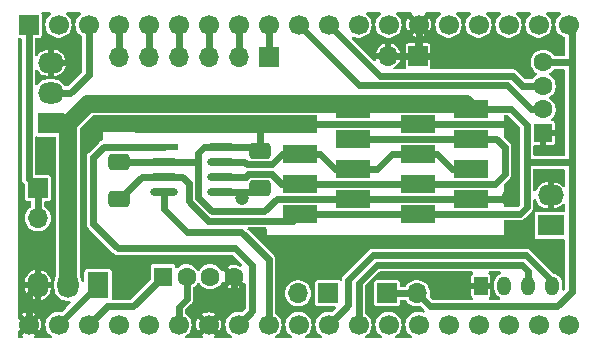
<source format=gbr>
%TF.GenerationSoftware,KiCad,Pcbnew,7.0.11-2.fc39*%
%TF.CreationDate,2024-04-04T23:01:02+02:00*%
%TF.ProjectId,WifiCAN,57696669-4341-44e2-9e6b-696361645f70,rev?*%
%TF.SameCoordinates,Original*%
%TF.FileFunction,Copper,L1,Top*%
%TF.FilePolarity,Positive*%
%FSLAX46Y46*%
G04 Gerber Fmt 4.6, Leading zero omitted, Abs format (unit mm)*
G04 Created by KiCad (PCBNEW 7.0.11-2.fc39) date 2024-04-04 23:01:02*
%MOMM*%
%LPD*%
G01*
G04 APERTURE LIST*
G04 Aperture macros list*
%AMRoundRect*
0 Rectangle with rounded corners*
0 $1 Rounding radius*
0 $2 $3 $4 $5 $6 $7 $8 $9 X,Y pos of 4 corners*
0 Add a 4 corners polygon primitive as box body*
4,1,4,$2,$3,$4,$5,$6,$7,$8,$9,$2,$3,0*
0 Add four circle primitives for the rounded corners*
1,1,$1+$1,$2,$3*
1,1,$1+$1,$4,$5*
1,1,$1+$1,$6,$7*
1,1,$1+$1,$8,$9*
0 Add four rect primitives between the rounded corners*
20,1,$1+$1,$2,$3,$4,$5,0*
20,1,$1+$1,$4,$5,$6,$7,0*
20,1,$1+$1,$6,$7,$8,$9,0*
20,1,$1+$1,$8,$9,$2,$3,0*%
G04 Aperture macros list end*
%TA.AperFunction,ComponentPad*%
%ADD10R,1.700000X1.700000*%
%TD*%
%TA.AperFunction,ComponentPad*%
%ADD11O,1.700000X1.700000*%
%TD*%
%TA.AperFunction,ComponentPad*%
%ADD12R,2.200000X1.800000*%
%TD*%
%TA.AperFunction,ComponentPad*%
%ADD13O,2.200000X1.800000*%
%TD*%
%TA.AperFunction,SMDPad,CuDef*%
%ADD14RoundRect,0.250000X-0.650000X0.412500X-0.650000X-0.412500X0.650000X-0.412500X0.650000X0.412500X0*%
%TD*%
%TA.AperFunction,ComponentPad*%
%ADD15R,1.600000X1.600000*%
%TD*%
%TA.AperFunction,ComponentPad*%
%ADD16C,1.600000*%
%TD*%
%TA.AperFunction,SMDPad,CuDef*%
%ADD17RoundRect,0.311066X-0.877468X0.000000X0.877468X0.000000X0.877468X0.000000X-0.877468X0.000000X0*%
%TD*%
%TA.AperFunction,SMDPad,CuDef*%
%ADD18R,2.377069X0.622132*%
%TD*%
%TA.AperFunction,SMDPad,CuDef*%
%ADD19R,3.000000X1.499997*%
%TD*%
%TA.AperFunction,SMDPad,CuDef*%
%ADD20R,3.000000X1.500000*%
%TD*%
%TA.AperFunction,ComponentPad*%
%ADD21R,1.800000X2.200000*%
%TD*%
%TA.AperFunction,ComponentPad*%
%ADD22O,1.800000X2.200000*%
%TD*%
%TA.AperFunction,ComponentPad*%
%ADD23O,1.200000X1.600000*%
%TD*%
%TA.AperFunction,ComponentPad*%
%ADD24R,1.200000X1.600000*%
%TD*%
%TA.AperFunction,ComponentPad*%
%ADD25C,1.700000*%
%TD*%
%TA.AperFunction,ViaPad*%
%ADD26C,1.200000*%
%TD*%
%TA.AperFunction,ViaPad*%
%ADD27C,1.600000*%
%TD*%
%TA.AperFunction,Conductor*%
%ADD28C,0.600000*%
%TD*%
%TA.AperFunction,Conductor*%
%ADD29C,1.500000*%
%TD*%
%TA.AperFunction,Conductor*%
%ADD30C,0.400000*%
%TD*%
G04 APERTURE END LIST*
D10*
%TO.P,J8,1,Pin_1*%
%TO.N,+3\u002C3*%
X109657700Y-107363600D03*
D11*
%TO.P,J8,2,Pin_2*%
X109657700Y-109903600D03*
%TD*%
D10*
%TO.P,J7,1,Pin_1*%
%TO.N,E5V*%
X139217700Y-116263600D03*
D11*
%TO.P,J7,2,Pin_2*%
X141757700Y-116263600D03*
%TD*%
D10*
%TO.P,J11,1,Pin_1*%
%TO.N,GND*%
X141857700Y-96163600D03*
D11*
%TO.P,J11,2,Pin_2*%
X139317700Y-96163600D03*
%TD*%
%TO.P,J1,6,Pin_6*%
%TO.N,/39*%
X116497700Y-96263600D03*
%TO.P,J1,5,Pin_5*%
%TO.N,/34*%
X119037700Y-96263600D03*
%TO.P,J1,4,Pin_4*%
%TO.N,/35*%
X121577700Y-96263600D03*
%TO.P,J1,3,Pin_3*%
%TO.N,/32*%
X124117700Y-96263600D03*
%TO.P,J1,2,Pin_2*%
%TO.N,/33*%
X126657700Y-96263600D03*
D10*
%TO.P,J1,1,Pin_1*%
%TO.N,/25*%
X129197700Y-96263600D03*
%TD*%
D12*
%TO.P,J10,1,Pin_1*%
%TO.N,E5V*%
X110757700Y-101843600D03*
D13*
%TO.P,J10,2,Pin_2*%
%TO.N,/Sharp*%
X110757700Y-99303600D03*
%TO.P,J10,3,Pin_3*%
%TO.N,GND*%
X110757700Y-96763600D03*
%TD*%
D14*
%TO.P,C1,2,2*%
%TO.N,E5V*%
X116559631Y-108284800D03*
%TO.P,C1,1,1*%
%TO.N,GND*%
X116559631Y-105159800D03*
%TD*%
%TO.P,C2,2,2*%
%TO.N,+3\u002C3*%
X128459631Y-107322300D03*
%TO.P,C2,1,1*%
%TO.N,GND*%
X128459631Y-104197300D03*
%TD*%
D15*
%TO.P,J3,1,SCL(JAUNE)*%
%TO.N,/SCL*%
X120257700Y-114863600D03*
D16*
%TO.P,J3,2,SDA(BLANC)*%
%TO.N,/SDA*%
X122257700Y-114863600D03*
%TO.P,J3,3,VCC(ROUGE)*%
%TO.N,+3\u002C3*%
X124257700Y-114863600D03*
%TO.P,J3,4,GND(NOIR)*%
%TO.N,GND*%
X126257700Y-114863600D03*
%TD*%
D17*
%TO.P,U1,8,STBY*%
%TO.N,GND*%
X125192762Y-103853600D03*
%TO.P,U1,7,CANH*%
%TO.N,/CAN_H*%
X125192762Y-105123600D03*
%TO.P,U1,6,CANL*%
%TO.N,/CAN_L*%
X125192762Y-106393600D03*
%TO.P,U1,5,VIO*%
%TO.N,+3\u002C3*%
X125192762Y-107663600D03*
%TO.P,U1,4,RXD*%
%TO.N,/RX CAN*%
X120357700Y-107663600D03*
%TO.P,U1,3,VDD*%
%TO.N,E5V*%
X120357700Y-106393600D03*
%TO.P,U1,2,VSS*%
%TO.N,GND*%
X120357700Y-105123600D03*
D18*
%TO.P,U1,1,TXD*%
%TO.N,/TX CAN*%
X120357700Y-103853600D03*
%TD*%
D19*
%TO.P,JP2,8,VCC*%
%TO.N,E5V*%
X136376636Y-100638808D03*
%TO.P,JP2,7,GND*%
%TO.N,GND*%
X131876635Y-101908808D03*
D20*
%TO.P,JP2,6,CAN_L*%
%TO.N,/CAN_L*%
X136376636Y-103178808D03*
%TO.P,JP2,5,CAN_H*%
%TO.N,/CAN_H*%
X131876635Y-104448808D03*
%TO.P,JP2,4,CAN_H*%
X136376636Y-105718808D03*
%TO.P,JP2,3,CAN_L*%
%TO.N,/CAN_L*%
X131876635Y-106988808D03*
%TO.P,JP2,2,GND*%
%TO.N,GND*%
X136376636Y-108258808D03*
%TO.P,JP2,1,VCC*%
%TO.N,E5V*%
X131876635Y-109528808D03*
%TD*%
D11*
%TO.P,J9,2,Pin_2*%
%TO.N,/IO13*%
X131717700Y-116263600D03*
D10*
%TO.P,J9,1,Pin_1*%
%TO.N,/IO4*%
X134257700Y-116263600D03*
%TD*%
D13*
%TO.P,J5,2,Pin_2*%
%TO.N,GND*%
X153076635Y-107966100D03*
D12*
%TO.P,J5,1,Pin_1*%
%TO.N,/V_Hx*%
X153076635Y-110506100D03*
%TD*%
D21*
%TO.P,J6,1,Pin_1*%
%TO.N,/Servo*%
X114757700Y-115563600D03*
D22*
%TO.P,J6,2,Pin_2*%
%TO.N,E5V*%
X112217700Y-115563600D03*
%TO.P,J6,3,Pin_3*%
%TO.N,GND*%
X109677700Y-115563600D03*
%TD*%
D19*
%TO.P,JP1,8,VCC*%
%TO.N,E5V*%
X146376637Y-100638808D03*
%TO.P,JP1,7,GND*%
%TO.N,GND*%
X141876635Y-101908808D03*
D20*
%TO.P,JP1,6,CAN_L*%
%TO.N,/CAN_L*%
X146376637Y-103178808D03*
%TO.P,JP1,5,CAN_H*%
%TO.N,/CAN_H*%
X141876635Y-104448808D03*
%TO.P,JP1,4,CAN_H*%
X146376637Y-105718808D03*
%TO.P,JP1,3,CAN_L*%
%TO.N,/CAN_L*%
X141876635Y-106988808D03*
%TO.P,JP1,2,GND*%
%TO.N,GND*%
X146376637Y-108258808D03*
%TO.P,JP1,1,VCC*%
%TO.N,E5V*%
X141876635Y-109528808D03*
%TD*%
D23*
%TO.P,J4,4,RXD*%
%TO.N,/TX*%
X153176635Y-115628808D03*
%TO.P,J4,3,TXD*%
%TO.N,/RX*%
X151176635Y-115628808D03*
%TO.P,J4,2,VCC*%
%TO.N,/V_Hx*%
X149176635Y-115628808D03*
D24*
%TO.P,J4,1,GND*%
%TO.N,GND*%
X147176635Y-115628808D03*
%TD*%
D16*
%TO.P,J2,4,VCC(NOIR)*%
%TO.N,E5V*%
X152457700Y-96701100D03*
%TO.P,J2,3,A(ROUGE)*%
%TO.N,/A*%
X152457700Y-98701100D03*
%TO.P,J2,2,B(BLANC)*%
%TO.N,/B*%
X152457700Y-100701100D03*
D15*
%TO.P,J2,1,GND(JAUNE)*%
%TO.N,GND*%
X152457700Y-102701100D03*
%TD*%
D25*
%TO.P,U2,38,CLK*%
%TO.N,unconnected-(U2-CLK-Pad38)*%
X154596635Y-118928808D03*
%TO.P,U2,37,SD0*%
%TO.N,unconnected-(U2-SD0-Pad37)*%
X152056635Y-118928808D03*
%TO.P,U2,36,SD1*%
%TO.N,unconnected-(U2-SD1-Pad36)*%
X149516635Y-118928808D03*
%TO.P,U2,35,IO15*%
%TO.N,unconnected-(U2-IO15-Pad35)*%
X146976635Y-118928808D03*
%TO.P,U2,34,IO2*%
%TO.N,unconnected-(U2-IO2-Pad34)*%
X144436635Y-118928808D03*
%TO.P,U2,33,IO0*%
%TO.N,unconnected-(U2-IO0-Pad33)*%
X141896635Y-118928808D03*
%TO.P,U2,32,IO4*%
%TO.N,/IO4*%
X139356635Y-118928808D03*
%TO.P,U2,31,IO16*%
%TO.N,/RX*%
X136816635Y-118928808D03*
%TO.P,U2,30,IO17*%
%TO.N,/TX*%
X134276635Y-118928808D03*
%TO.P,U2,29,IO5*%
%TO.N,unconnected-(U2-IO5-Pad29)*%
X131736635Y-118928808D03*
%TO.P,U2,28,IO18*%
%TO.N,/RX CAN*%
X129196635Y-118928808D03*
%TO.P,U2,27,IO19*%
%TO.N,/TX CAN*%
X126656635Y-118928808D03*
%TO.P,U2,26,GND2*%
%TO.N,GND*%
X124116635Y-118928808D03*
%TO.P,U2,25,IO21*%
%TO.N,/SDA*%
X121576635Y-118928808D03*
%TO.P,U2,24,RXD0*%
%TO.N,unconnected-(U2-RXD0-Pad24)*%
X119036635Y-118928808D03*
%TO.P,U2,23,TXD0*%
%TO.N,unconnected-(U2-TXD0-Pad23)*%
X116496635Y-118928808D03*
%TO.P,U2,22,IO22*%
%TO.N,/SCL*%
X113956635Y-118928808D03*
%TO.P,U2,21,IO23*%
%TO.N,/Servo*%
X111416635Y-118928808D03*
%TO.P,U2,20,GND3*%
%TO.N,GND*%
X108876635Y-118928808D03*
%TO.P,U2,19,EXT_5V*%
%TO.N,E5V*%
X154596635Y-93528808D03*
%TO.P,U2,18,CMD*%
%TO.N,unconnected-(U2-CMD-Pad18)*%
X152056635Y-93528808D03*
%TO.P,U2,17,SD3*%
%TO.N,unconnected-(U2-SD3-Pad17)*%
X149516635Y-93528808D03*
%TO.P,U2,16,SD2*%
%TO.N,unconnected-(U2-SD2-Pad16)*%
X146976635Y-93528808D03*
%TO.P,U2,15,IO13*%
%TO.N,/IO13*%
X144436635Y-93528808D03*
%TO.P,U2,14,GND1*%
%TO.N,GND*%
X141896635Y-93528808D03*
%TO.P,U2,13,IO12*%
%TO.N,unconnected-(U2-IO12-Pad13)*%
X139356635Y-93528808D03*
%TO.P,U2,12,IO14*%
%TO.N,unconnected-(U2-IO14-Pad12)*%
X136816635Y-93528808D03*
%TO.P,U2,11,IO27*%
%TO.N,/A*%
X134276635Y-93528808D03*
%TO.P,U2,10,IO26*%
%TO.N,/B*%
X131736635Y-93528808D03*
%TO.P,U2,9,IO25*%
%TO.N,/25*%
X129196635Y-93528808D03*
%TO.P,U2,8,IO33*%
%TO.N,/33*%
X126656635Y-93528808D03*
%TO.P,U2,7,IO32*%
%TO.N,/32*%
X124116635Y-93528808D03*
%TO.P,U2,6,IO35*%
%TO.N,/35*%
X121576635Y-93528808D03*
%TO.P,U2,5,IO34*%
%TO.N,/34*%
X119036635Y-93528808D03*
%TO.P,U2,4,SENSOR_VN*%
%TO.N,/39*%
X116496635Y-93528808D03*
%TO.P,U2,3,SENSOR_VP*%
%TO.N,/Sharp*%
X113956635Y-93528808D03*
%TO.P,U2,2,EN*%
%TO.N,unconnected-(U2-EN-Pad2)*%
X111416635Y-93528808D03*
D10*
%TO.P,U2,1,3V3*%
%TO.N,+3\u002C3*%
X108876635Y-93528808D03*
%TD*%
D26*
%TO.N,+3\u002C3*%
X126957700Y-108213600D03*
D27*
%TO.N,GND*%
X118157700Y-101958810D03*
X148557700Y-96063600D03*
X149757700Y-108228808D03*
%TD*%
D28*
%TO.N,E5V*%
X120357700Y-106393600D02*
X121887700Y-106393600D01*
X124076330Y-110113600D02*
X131291843Y-110113600D01*
X121887700Y-106393600D02*
X122457700Y-106963600D01*
X122457700Y-106963600D02*
X122457700Y-108494970D01*
X122457700Y-108494970D02*
X124076330Y-110113600D01*
X131291843Y-110113600D02*
X131876635Y-109528808D01*
X120357700Y-106393600D02*
X118450831Y-106393600D01*
X118450831Y-106393600D02*
X116559631Y-108284800D01*
%TO.N,+3\u002C3*%
X126957700Y-107663600D02*
X128118331Y-107663600D01*
X125192762Y-107663600D02*
X126957700Y-107663600D01*
X126957700Y-107663600D02*
X126957700Y-108213600D01*
%TO.N,GND*%
X123257700Y-105163600D02*
X123257700Y-108163600D01*
X123257700Y-108163600D02*
X124407700Y-109313600D01*
X124407700Y-109313600D02*
X128841843Y-109313600D01*
X128841843Y-109313600D02*
X129896635Y-108258808D01*
X129896635Y-108258808D02*
X136376636Y-108258808D01*
%TO.N,/RX CAN*%
X129196635Y-118928808D02*
X129196635Y-113402535D01*
X129196635Y-113402535D02*
X126857700Y-111063600D01*
X120357700Y-109163600D02*
X120357700Y-107663600D01*
X126857700Y-111063600D02*
X122257700Y-111063600D01*
X122257700Y-111063600D02*
X120357700Y-109163600D01*
%TO.N,GND*%
X131876635Y-101908808D02*
X128459631Y-101908808D01*
X128459631Y-101908808D02*
X128459631Y-104197300D01*
D29*
X118207702Y-101908808D02*
X118157700Y-101958810D01*
X131876635Y-101908808D02*
X118207702Y-101908808D01*
%TO.N,E5V*%
X112217700Y-115563600D02*
X112217700Y-101903600D01*
X112217700Y-101903600D02*
X113912490Y-100208810D01*
D28*
%TO.N,GND*%
X123257700Y-105163600D02*
X123257700Y-104363600D01*
X123257700Y-104363600D02*
X123767700Y-103853600D01*
X123767700Y-103853600D02*
X125192762Y-103853600D01*
X120357700Y-105123600D02*
X123217700Y-105123600D01*
X123217700Y-105123600D02*
X123257700Y-105163600D01*
D29*
%TO.N,E5V*%
X110757700Y-101843600D02*
X112277700Y-101843600D01*
X112277700Y-101843600D02*
X113912490Y-100208810D01*
X113912490Y-100208810D02*
X145946639Y-100208810D01*
X145946639Y-100208810D02*
X146376637Y-100638808D01*
D28*
%TO.N,/SCL*%
X113956635Y-118928808D02*
X115521843Y-117363600D01*
X115521843Y-117363600D02*
X117757700Y-117363600D01*
X117757700Y-117363600D02*
X120257700Y-114863600D01*
%TO.N,GND*%
X148457700Y-96163600D02*
X148557700Y-96063600D01*
X141857700Y-96163600D02*
X148457700Y-96163600D01*
%TO.N,E5V*%
X151057700Y-105163600D02*
X151057700Y-108963600D01*
X154857700Y-105163600D02*
X154857700Y-116163600D01*
X151057700Y-105163600D02*
X154857700Y-105163600D01*
X151057700Y-102009873D02*
X151057700Y-105163600D01*
X154857700Y-104863600D02*
X154857700Y-105163600D01*
%TO.N,GND*%
X149757700Y-108228808D02*
X149495765Y-107966873D01*
X149495765Y-107966873D02*
X149495765Y-107801665D01*
%TO.N,E5V*%
X146376637Y-100638808D02*
X149686635Y-100638808D01*
X149686635Y-100638808D02*
X151057700Y-102009873D01*
X151057700Y-108963600D02*
X150492492Y-109528808D01*
X150492492Y-109528808D02*
X141876635Y-109528808D01*
%TO.N,GND*%
X149495765Y-107801665D02*
X149989431Y-107308000D01*
X149038623Y-108258808D02*
X149495765Y-107801665D01*
%TO.N,E5V*%
X154857700Y-96663600D02*
X154857700Y-104863600D01*
X154857700Y-93789873D02*
X154857700Y-96663600D01*
X152457700Y-96701100D02*
X154820200Y-96701100D01*
X154820200Y-96701100D02*
X154857700Y-96663600D01*
X154596635Y-93528808D02*
X154857700Y-93789873D01*
X154857700Y-116163600D02*
X153657700Y-117363600D01*
X153657700Y-117363600D02*
X142857700Y-117363600D01*
X142857700Y-117363600D02*
X141757700Y-116263600D01*
%TO.N,/TX CAN*%
X127807700Y-117777743D02*
X127807700Y-113913600D01*
X127807700Y-113913600D02*
X126357700Y-112463600D01*
X126656635Y-118928808D02*
X127807700Y-117777743D01*
%TO.N,GND*%
X126257700Y-114863600D02*
X126257700Y-116787743D01*
X126257700Y-116787743D02*
X124116635Y-118928808D01*
X108876635Y-118928808D02*
X108876635Y-116364665D01*
X108876635Y-116364665D02*
X109677700Y-115563600D01*
%TO.N,/Servo*%
X111416635Y-118928808D02*
X111416635Y-118904665D01*
X111416635Y-118904665D02*
X114757700Y-115563600D01*
%TO.N,/SDA*%
X122257700Y-114863600D02*
X122257700Y-116763600D01*
X122257700Y-116763600D02*
X121576635Y-117444665D01*
X121576635Y-117444665D02*
X121576635Y-118928808D01*
%TO.N,+3\u002C3*%
X109657700Y-107363600D02*
X109657700Y-109903600D01*
%TO.N,/TX CAN*%
X126357700Y-112463600D02*
X116457700Y-112463600D01*
X115265831Y-103853600D02*
X120357700Y-103853600D01*
X116457700Y-112463600D02*
X114359631Y-110365531D01*
X114359631Y-110365531D02*
X114359631Y-104759800D01*
X114359631Y-104759800D02*
X115265831Y-103853600D01*
%TO.N,/TX*%
X134276635Y-118928808D02*
X135957700Y-117247743D01*
X135957700Y-117247743D02*
X135957700Y-115132229D01*
X135957700Y-115132229D02*
X138026329Y-113063600D01*
X138026329Y-113063600D02*
X150989070Y-113063600D01*
X150989070Y-113063600D02*
X153176635Y-115251164D01*
X153176635Y-115251164D02*
X153176635Y-115628808D01*
%TO.N,/RX*%
X136816635Y-118928808D02*
X136816635Y-115404665D01*
X151176635Y-114382535D02*
X151176635Y-115628808D01*
X136816635Y-115404665D02*
X138357700Y-113863600D01*
X138357700Y-113863600D02*
X150657700Y-113863600D01*
X150657700Y-113863600D02*
X151176635Y-114382535D01*
%TO.N,E5V*%
X139217700Y-116263600D02*
X141757700Y-116263600D01*
%TO.N,/B*%
X151395200Y-100701100D02*
X149357700Y-98663600D01*
X152457700Y-100701100D02*
X151395200Y-100701100D01*
X149357700Y-98663600D02*
X136871427Y-98663600D01*
X136871427Y-98663600D02*
X131736635Y-93528808D01*
%TO.N,/A*%
X152457700Y-98701100D02*
X150695200Y-98701100D01*
X150695200Y-98701100D02*
X149857700Y-97863600D01*
X149857700Y-97863600D02*
X138611427Y-97863600D01*
X138611427Y-97863600D02*
X134276635Y-93528808D01*
%TO.N,GND*%
X141896635Y-93528808D02*
X141896635Y-96124665D01*
X141896635Y-96124665D02*
X141857700Y-96163600D01*
X139317700Y-96163600D02*
X141857700Y-96163600D01*
%TO.N,/25*%
X129196635Y-93528808D02*
X129196635Y-96262535D01*
X129196635Y-96262535D02*
X129197700Y-96263600D01*
%TO.N,/33*%
X126656635Y-93528808D02*
X126656635Y-96262535D01*
X126656635Y-96262535D02*
X126657700Y-96263600D01*
%TO.N,/32*%
X124116635Y-93528808D02*
X124116635Y-96262535D01*
X124116635Y-96262535D02*
X124117700Y-96263600D01*
%TO.N,/35*%
X121576635Y-93528808D02*
X121576635Y-96262535D01*
X121576635Y-96262535D02*
X121577700Y-96263600D01*
%TO.N,/34*%
X119036635Y-93528808D02*
X119036635Y-96262535D01*
X119036635Y-96262535D02*
X119037700Y-96263600D01*
%TO.N,/39*%
X116496635Y-93528808D02*
X116496635Y-96262535D01*
X116496635Y-96262535D02*
X116497700Y-96263600D01*
%TO.N,+3\u002C3*%
X109657700Y-107363600D02*
X108876635Y-106582535D01*
X108876635Y-106582535D02*
X108876635Y-93528808D01*
%TO.N,/Sharp*%
X113956635Y-93528808D02*
X113956635Y-97764665D01*
X113956635Y-97764665D02*
X112417700Y-99303600D01*
X112417700Y-99303600D02*
X110757700Y-99303600D01*
%TO.N,+3\u002C3*%
X128118331Y-107663600D02*
X128459631Y-107322300D01*
%TO.N,/CAN_L*%
X146376637Y-103178808D02*
X148476637Y-103178808D01*
X136376636Y-103178808D02*
X146376637Y-103178808D01*
X127492043Y-106159800D02*
X129459631Y-106159800D01*
X127258243Y-106393600D02*
X127492043Y-106159800D01*
X149189431Y-103891602D02*
X149189431Y-106159800D01*
X125192762Y-106393600D02*
X127258243Y-106393600D01*
X148476637Y-103178808D02*
X149189431Y-103891602D01*
X130288639Y-106988808D02*
X131876635Y-106988808D01*
X141876635Y-106988808D02*
X131876635Y-106988808D01*
X148360423Y-106988808D02*
X141876635Y-106988808D01*
D30*
X132146631Y-106728800D02*
X132146631Y-106478800D01*
D28*
X129459631Y-106159800D02*
X130288639Y-106988808D01*
X149189431Y-106159800D02*
X148360423Y-106988808D01*
%TO.N,/CAN_H*%
X134818639Y-105718808D02*
X133548639Y-104448808D01*
X129459631Y-105359800D02*
X130370623Y-104448808D01*
X127359631Y-105359800D02*
X129459631Y-105359800D01*
X130370623Y-104448808D02*
X131876635Y-104448808D01*
X139670623Y-104448808D02*
X141876635Y-104448808D01*
X146376637Y-105718808D02*
X144718639Y-105718808D01*
X127123431Y-105123600D02*
X127359631Y-105359800D01*
X144718639Y-105718808D02*
X143448639Y-104448808D01*
X136376636Y-105718808D02*
X134818639Y-105718808D01*
X136376636Y-105718808D02*
X138400623Y-105718808D01*
X138400623Y-105718808D02*
X139670623Y-104448808D01*
X125192762Y-105123600D02*
X127123431Y-105123600D01*
X133548639Y-104448808D02*
X131876635Y-104448808D01*
X143448639Y-104448808D02*
X141876635Y-104448808D01*
%TO.N,E5V*%
X131876635Y-109528808D02*
X141876635Y-109528808D01*
%TO.N,GND*%
X120357700Y-105123600D02*
X116595831Y-105123600D01*
X149517839Y-101908808D02*
X149989431Y-102380400D01*
X125192762Y-103853600D02*
X128115931Y-103853600D01*
X146376637Y-108258808D02*
X149038623Y-108258808D01*
X149989431Y-107308000D02*
X149989431Y-102380400D01*
X141876635Y-101908808D02*
X149517839Y-101908808D01*
X136376636Y-108258808D02*
X146376637Y-108258808D01*
X116595831Y-105123600D02*
X116559631Y-105159800D01*
X141876635Y-101908808D02*
X131876635Y-101908808D01*
X128115931Y-103853600D02*
X128459631Y-104197300D01*
%TD*%
%TA.AperFunction,Conductor*%
%TO.N,GND*%
G36*
X108382053Y-119104583D02*
G01*
X108447816Y-119231501D01*
X108545384Y-119335970D01*
X108667519Y-119410242D01*
X108730974Y-119428021D01*
X108331164Y-119827831D01*
X108331433Y-119829648D01*
X108378345Y-119875730D01*
X108394055Y-119944966D01*
X108369839Y-120011705D01*
X108313386Y-120054758D01*
X108268301Y-120063100D01*
X108084200Y-120063100D01*
X108016079Y-120043098D01*
X107969586Y-119989442D01*
X107958200Y-119937100D01*
X107958200Y-119545880D01*
X107978202Y-119477759D01*
X107995105Y-119456784D01*
X108376074Y-119075814D01*
X108382053Y-119104583D01*
G37*
%TD.AperFunction*%
%TA.AperFunction,Conductor*%
G36*
X108268256Y-94649310D02*
G01*
X108314749Y-94702966D01*
X108326135Y-94755308D01*
X108326135Y-106570973D01*
X108326062Y-106575274D01*
X108323873Y-106639362D01*
X108333576Y-106679181D01*
X108335984Y-106691854D01*
X108341563Y-106732448D01*
X108341566Y-106732459D01*
X108348644Y-106748753D01*
X108355493Y-106769117D01*
X108359702Y-106786387D01*
X108379789Y-106822114D01*
X108385525Y-106833663D01*
X108397472Y-106861165D01*
X108401855Y-106871255D01*
X108401857Y-106871257D01*
X108413067Y-106885037D01*
X108425154Y-106902795D01*
X108433869Y-106918294D01*
X108462852Y-106947277D01*
X108471489Y-106956848D01*
X108497353Y-106988639D01*
X108497354Y-106988640D01*
X108497357Y-106988643D01*
X108503859Y-106993233D01*
X108547978Y-107048854D01*
X108557200Y-107096172D01*
X108557200Y-108238277D01*
X108571733Y-108311339D01*
X108571734Y-108311340D01*
X108627099Y-108394201D01*
X108709960Y-108449566D01*
X108783026Y-108464100D01*
X108981200Y-108464100D01*
X109049321Y-108484102D01*
X109095814Y-108537758D01*
X109107200Y-108590100D01*
X109107200Y-108879897D01*
X109087198Y-108948018D01*
X109047531Y-108987024D01*
X108991657Y-109021619D01*
X108840934Y-109159021D01*
X108718029Y-109321775D01*
X108627116Y-109504354D01*
X108571303Y-109700515D01*
X108552485Y-109903600D01*
X108571303Y-110106684D01*
X108627116Y-110302845D01*
X108627117Y-110302847D01*
X108627118Y-110302850D01*
X108718027Y-110485421D01*
X108718028Y-110485422D01*
X108718029Y-110485424D01*
X108840934Y-110648178D01*
X108991659Y-110785581D01*
X108991660Y-110785582D01*
X109165051Y-110892941D01*
X109165054Y-110892942D01*
X109165063Y-110892948D01*
X109355244Y-110966624D01*
X109555724Y-111004100D01*
X109555726Y-111004100D01*
X109759674Y-111004100D01*
X109759676Y-111004100D01*
X109960156Y-110966624D01*
X110150337Y-110892948D01*
X110323741Y-110785581D01*
X110474464Y-110648179D01*
X110597373Y-110485421D01*
X110688282Y-110302850D01*
X110744097Y-110106683D01*
X110762915Y-109903600D01*
X110744097Y-109700517D01*
X110688282Y-109504350D01*
X110597373Y-109321779D01*
X110561101Y-109273747D01*
X110474465Y-109159021D01*
X110323742Y-109021619D01*
X110267869Y-108987024D01*
X110220482Y-108934157D01*
X110208200Y-108879897D01*
X110208200Y-108590100D01*
X110228202Y-108521979D01*
X110281858Y-108475486D01*
X110334200Y-108464100D01*
X110532374Y-108464100D01*
X110605440Y-108449566D01*
X110688301Y-108394201D01*
X110743666Y-108311340D01*
X110758200Y-108238274D01*
X110758200Y-106488926D01*
X110743666Y-106415860D01*
X110688301Y-106332999D01*
X110605440Y-106277634D01*
X110605439Y-106277633D01*
X110532377Y-106263100D01*
X110532374Y-106263100D01*
X109553135Y-106263100D01*
X109485014Y-106243098D01*
X109438521Y-106189442D01*
X109427135Y-106137100D01*
X109427135Y-103106677D01*
X109447137Y-103038556D01*
X109500793Y-102992063D01*
X109571067Y-102981959D01*
X109577705Y-102983095D01*
X109633026Y-102994100D01*
X111091200Y-102994100D01*
X111159321Y-103014102D01*
X111205814Y-103067758D01*
X111217200Y-103120100D01*
X111217200Y-114762128D01*
X111203991Y-114818290D01*
X111140294Y-114946212D01*
X111140294Y-114946213D01*
X111081944Y-115151288D01*
X111080850Y-115163100D01*
X111067200Y-115310406D01*
X111067200Y-115816794D01*
X111079636Y-115951004D01*
X111081944Y-115975911D01*
X111140293Y-116180984D01*
X111140294Y-116180986D01*
X111140295Y-116180989D01*
X111235334Y-116371855D01*
X111361034Y-116538307D01*
X111363829Y-116542008D01*
X111521399Y-116685653D01*
X111521401Y-116685654D01*
X111702674Y-116797894D01*
X111702675Y-116797894D01*
X111702681Y-116797898D01*
X111901502Y-116874921D01*
X112111090Y-116914100D01*
X112111093Y-116914100D01*
X112324484Y-116914100D01*
X112392605Y-116934102D01*
X112439098Y-116987758D01*
X112449202Y-117058032D01*
X112419708Y-117122612D01*
X112413592Y-117129181D01*
X112061622Y-117481152D01*
X111730584Y-117812190D01*
X111668272Y-117846215D01*
X111618338Y-117846949D01*
X111537987Y-117831929D01*
X111518611Y-117828308D01*
X111314659Y-117828308D01*
X111214938Y-117846949D01*
X111114177Y-117865784D01*
X110969943Y-117921661D01*
X110923998Y-117939460D01*
X110923997Y-117939460D01*
X110923996Y-117939461D01*
X110923986Y-117939466D01*
X110750595Y-118046825D01*
X110750594Y-118046826D01*
X110599869Y-118184229D01*
X110476964Y-118346983D01*
X110386051Y-118529562D01*
X110330238Y-118725723D01*
X110311420Y-118928808D01*
X110330238Y-119131892D01*
X110386051Y-119328053D01*
X110386052Y-119328055D01*
X110386053Y-119328058D01*
X110476962Y-119510629D01*
X110476963Y-119510630D01*
X110476964Y-119510632D01*
X110599869Y-119673386D01*
X110750594Y-119810789D01*
X110750595Y-119810790D01*
X110781576Y-119829973D01*
X110828964Y-119882840D01*
X110840247Y-119952934D01*
X110811843Y-120018001D01*
X110752770Y-120057383D01*
X110715246Y-120063100D01*
X109484967Y-120063100D01*
X109416846Y-120043098D01*
X109370353Y-119989442D01*
X109360249Y-119919168D01*
X109389743Y-119854588D01*
X109421950Y-119828868D01*
X109422105Y-119827830D01*
X109025400Y-119431125D01*
X109149359Y-119377283D01*
X109260243Y-119287073D01*
X109342676Y-119170291D01*
X109376499Y-119075120D01*
X109775657Y-119474278D01*
X109851403Y-119332567D01*
X109911444Y-119134637D01*
X109931716Y-118928811D01*
X109931716Y-118928804D01*
X109911444Y-118722978D01*
X109851402Y-118525045D01*
X109775658Y-118383337D01*
X109377194Y-118781800D01*
X109371217Y-118753033D01*
X109305454Y-118626115D01*
X109207886Y-118521646D01*
X109085751Y-118447374D01*
X109022293Y-118429594D01*
X109422104Y-118029783D01*
X109422105Y-118029783D01*
X109280397Y-117954040D01*
X109082464Y-117893998D01*
X108876638Y-117873727D01*
X108876632Y-117873727D01*
X108670805Y-117893998D01*
X108472879Y-117954038D01*
X108472865Y-117954043D01*
X108331164Y-118029783D01*
X108727869Y-118426489D01*
X108603911Y-118480333D01*
X108493027Y-118570543D01*
X108410594Y-118687325D01*
X108376770Y-118782495D01*
X107995105Y-118400830D01*
X107961079Y-118338518D01*
X107958200Y-118311735D01*
X107958200Y-115816023D01*
X108577700Y-115816023D01*
X108592663Y-115972712D01*
X108592666Y-115972727D01*
X108651849Y-116174286D01*
X108651853Y-116174296D01*
X108748108Y-116361006D01*
X108748114Y-116361015D01*
X108877965Y-116526133D01*
X108877976Y-116526145D01*
X109036736Y-116663710D01*
X109036736Y-116663711D01*
X109218664Y-116768746D01*
X109218666Y-116768747D01*
X109417181Y-116837454D01*
X109417192Y-116837457D01*
X109427699Y-116838967D01*
X109427700Y-116838967D01*
X109427700Y-115999101D01*
X109535385Y-116048280D01*
X109641937Y-116063600D01*
X109713463Y-116063600D01*
X109820015Y-116048280D01*
X109927700Y-115999101D01*
X109927700Y-116834857D01*
X110039106Y-116807830D01*
X110039112Y-116807828D01*
X110230202Y-116720561D01*
X110401323Y-116598706D01*
X110546293Y-116446665D01*
X110659869Y-116269938D01*
X110737943Y-116074918D01*
X110737943Y-116074916D01*
X110777698Y-115868643D01*
X110777700Y-115868632D01*
X110777700Y-115813600D01*
X110111386Y-115813600D01*
X110137193Y-115773444D01*
X110177700Y-115635489D01*
X110177700Y-115491711D01*
X110137193Y-115353756D01*
X110111386Y-115313600D01*
X110777700Y-115313600D01*
X110777700Y-115311197D01*
X110777699Y-115311176D01*
X110762736Y-115154487D01*
X110762733Y-115154472D01*
X110703550Y-114952913D01*
X110703546Y-114952903D01*
X110607291Y-114766193D01*
X110607285Y-114766184D01*
X110477434Y-114601066D01*
X110477423Y-114601054D01*
X110318663Y-114463489D01*
X110318663Y-114463488D01*
X110136735Y-114358453D01*
X110136733Y-114358452D01*
X109938215Y-114289744D01*
X109938211Y-114289743D01*
X109927700Y-114288231D01*
X109927700Y-115128098D01*
X109820015Y-115078920D01*
X109713463Y-115063600D01*
X109641937Y-115063600D01*
X109535385Y-115078920D01*
X109427700Y-115128098D01*
X109427700Y-114292341D01*
X109427699Y-114292340D01*
X109316290Y-114319369D01*
X109316286Y-114319371D01*
X109125197Y-114406638D01*
X108954076Y-114528493D01*
X108809106Y-114680534D01*
X108695530Y-114857261D01*
X108617456Y-115052281D01*
X108617456Y-115052283D01*
X108577701Y-115258556D01*
X108577700Y-115258567D01*
X108577700Y-115313600D01*
X109244014Y-115313600D01*
X109218207Y-115353756D01*
X109177700Y-115491711D01*
X109177700Y-115635489D01*
X109218207Y-115773444D01*
X109244014Y-115813600D01*
X108577700Y-115813600D01*
X108577700Y-115816023D01*
X107958200Y-115816023D01*
X107958200Y-94755308D01*
X107978202Y-94687187D01*
X108031858Y-94640694D01*
X108084200Y-94629308D01*
X108200135Y-94629308D01*
X108268256Y-94649310D01*
G37*
%TD.AperFunction*%
%TA.AperFunction,Conductor*%
G36*
X125872535Y-114988748D02*
G01*
X125930059Y-115101645D01*
X126019655Y-115191241D01*
X126132552Y-115248765D01*
X126213299Y-115261553D01*
X125749176Y-115725675D01*
X125873167Y-115791950D01*
X126061672Y-115849132D01*
X126257697Y-115868439D01*
X126257703Y-115868439D01*
X126453727Y-115849132D01*
X126642232Y-115791950D01*
X126766223Y-115725675D01*
X126302101Y-115261553D01*
X126382848Y-115248765D01*
X126495745Y-115191241D01*
X126585341Y-115101645D01*
X126642865Y-114988748D01*
X126655653Y-114908000D01*
X127122135Y-115374482D01*
X127183029Y-115382959D01*
X127236892Y-115429212D01*
X127257199Y-115497242D01*
X127257200Y-115497806D01*
X127257200Y-117497526D01*
X127237198Y-117565647D01*
X127220295Y-117586622D01*
X126990924Y-117815992D01*
X126928612Y-117850017D01*
X126878678Y-117850751D01*
X126784052Y-117833063D01*
X126758611Y-117828308D01*
X126554659Y-117828308D01*
X126454938Y-117846949D01*
X126354177Y-117865784D01*
X126209943Y-117921661D01*
X126163998Y-117939460D01*
X126163997Y-117939460D01*
X126163996Y-117939461D01*
X126163986Y-117939466D01*
X125990595Y-118046825D01*
X125990594Y-118046826D01*
X125839869Y-118184229D01*
X125716964Y-118346983D01*
X125626051Y-118529562D01*
X125570238Y-118725723D01*
X125551420Y-118928808D01*
X125570238Y-119131892D01*
X125626051Y-119328053D01*
X125626052Y-119328055D01*
X125626053Y-119328058D01*
X125716962Y-119510629D01*
X125716963Y-119510630D01*
X125716964Y-119510632D01*
X125839869Y-119673386D01*
X125990594Y-119810789D01*
X125990595Y-119810790D01*
X126021576Y-119829973D01*
X126068964Y-119882840D01*
X126080247Y-119952934D01*
X126051843Y-120018001D01*
X125992770Y-120057383D01*
X125955246Y-120063100D01*
X124724967Y-120063100D01*
X124656846Y-120043098D01*
X124610353Y-119989442D01*
X124600249Y-119919168D01*
X124629743Y-119854588D01*
X124661950Y-119828868D01*
X124662105Y-119827830D01*
X124265400Y-119431125D01*
X124389359Y-119377283D01*
X124500243Y-119287073D01*
X124582676Y-119170291D01*
X124616499Y-119075120D01*
X125015657Y-119474278D01*
X125091403Y-119332567D01*
X125151444Y-119134637D01*
X125171716Y-118928811D01*
X125171716Y-118928804D01*
X125151444Y-118722978D01*
X125091402Y-118525045D01*
X125015658Y-118383337D01*
X124617194Y-118781800D01*
X124611217Y-118753033D01*
X124545454Y-118626115D01*
X124447886Y-118521646D01*
X124325751Y-118447374D01*
X124262293Y-118429594D01*
X124662104Y-118029783D01*
X124662105Y-118029783D01*
X124520397Y-117954040D01*
X124322464Y-117893998D01*
X124116638Y-117873727D01*
X124116632Y-117873727D01*
X123910805Y-117893998D01*
X123712879Y-117954038D01*
X123712865Y-117954043D01*
X123571164Y-118029783D01*
X123967869Y-118426489D01*
X123843911Y-118480333D01*
X123733027Y-118570543D01*
X123650594Y-118687325D01*
X123616770Y-118782496D01*
X123217610Y-118383337D01*
X123141870Y-118525038D01*
X123141865Y-118525052D01*
X123081825Y-118722978D01*
X123061554Y-118928804D01*
X123061554Y-118928811D01*
X123081825Y-119134637D01*
X123141867Y-119332570D01*
X123217610Y-119474277D01*
X123616074Y-119075813D01*
X123622053Y-119104583D01*
X123687816Y-119231501D01*
X123785384Y-119335970D01*
X123907519Y-119410242D01*
X123970974Y-119428021D01*
X123571164Y-119827831D01*
X123571433Y-119829648D01*
X123618345Y-119875730D01*
X123634055Y-119944966D01*
X123609839Y-120011705D01*
X123553386Y-120054758D01*
X123508301Y-120063100D01*
X122278024Y-120063100D01*
X122209903Y-120043098D01*
X122163410Y-119989442D01*
X122153306Y-119919168D01*
X122182800Y-119854588D01*
X122211694Y-119829973D01*
X122242674Y-119810790D01*
X122242673Y-119810790D01*
X122242676Y-119810789D01*
X122393399Y-119673387D01*
X122516308Y-119510629D01*
X122607217Y-119328058D01*
X122663032Y-119131891D01*
X122681850Y-118928808D01*
X122663032Y-118725725D01*
X122607217Y-118529558D01*
X122516308Y-118346987D01*
X122509913Y-118338518D01*
X122393400Y-118184229D01*
X122242677Y-118046827D01*
X122186804Y-118012232D01*
X122139417Y-117959365D01*
X122127135Y-117905105D01*
X122127135Y-117724879D01*
X122147137Y-117656758D01*
X122164035Y-117635788D01*
X122638810Y-117161012D01*
X122641878Y-117158049D01*
X122688741Y-117114283D01*
X122688742Y-117114282D01*
X122688742Y-117114281D01*
X122688744Y-117114280D01*
X122710037Y-117079262D01*
X122717288Y-117068607D01*
X122742061Y-117035942D01*
X122748580Y-117019409D01*
X122758137Y-117000166D01*
X122767372Y-116984982D01*
X122778433Y-116945501D01*
X122782533Y-116933309D01*
X122797576Y-116895165D01*
X122799394Y-116877478D01*
X122803404Y-116856379D01*
X122808200Y-116839265D01*
X122808200Y-116798281D01*
X122808861Y-116785394D01*
X122813052Y-116744630D01*
X122810032Y-116727112D01*
X122808200Y-116705705D01*
X122808200Y-115830382D01*
X122828202Y-115762261D01*
X122854267Y-115732982D01*
X122863171Y-115725675D01*
X123004110Y-115610010D01*
X123135385Y-115450050D01*
X123146578Y-115429108D01*
X123196330Y-115378461D01*
X123265566Y-115362751D01*
X123332305Y-115386967D01*
X123368821Y-115429108D01*
X123380015Y-115450050D01*
X123511290Y-115610010D01*
X123671250Y-115741285D01*
X123853746Y-115838832D01*
X124051766Y-115898900D01*
X124051770Y-115898900D01*
X124051772Y-115898901D01*
X124257697Y-115919183D01*
X124257700Y-115919183D01*
X124257703Y-115919183D01*
X124463627Y-115898901D01*
X124463628Y-115898900D01*
X124463634Y-115898900D01*
X124661654Y-115838832D01*
X124844150Y-115741285D01*
X125004110Y-115610010D01*
X125135385Y-115450050D01*
X125175209Y-115375544D01*
X125224960Y-115324898D01*
X125294197Y-115309188D01*
X125360936Y-115333404D01*
X125394318Y-115371929D01*
X125395622Y-115372122D01*
X125859745Y-114907998D01*
X125872535Y-114988748D01*
G37*
%TD.AperFunction*%
%TA.AperFunction,Conductor*%
G36*
X151816712Y-108320558D02*
G01*
X151848814Y-108363440D01*
X151919673Y-108518602D01*
X152041528Y-108689723D01*
X152193569Y-108834693D01*
X152370296Y-108948269D01*
X152565317Y-109026343D01*
X152771591Y-109066098D01*
X152771602Y-109066100D01*
X152826635Y-109066100D01*
X152826635Y-108401601D01*
X152934320Y-108450780D01*
X153040872Y-108466100D01*
X153112398Y-108466100D01*
X153218950Y-108450780D01*
X153326635Y-108401601D01*
X153326635Y-109066100D01*
X153329037Y-109066100D01*
X153329058Y-109066099D01*
X153485747Y-109051136D01*
X153485762Y-109051133D01*
X153687321Y-108991950D01*
X153687331Y-108991946D01*
X153874041Y-108895691D01*
X153874050Y-108895685D01*
X154039168Y-108765834D01*
X154039180Y-108765823D01*
X154085975Y-108711819D01*
X154145701Y-108673435D01*
X154216698Y-108673435D01*
X154276424Y-108711818D01*
X154305917Y-108776399D01*
X154307200Y-108794331D01*
X154307200Y-109229600D01*
X154287198Y-109297721D01*
X154233542Y-109344214D01*
X154181200Y-109355600D01*
X151951957Y-109355600D01*
X151878895Y-109370133D01*
X151796034Y-109425499D01*
X151740668Y-109508360D01*
X151726135Y-109581422D01*
X151726135Y-111430777D01*
X151740668Y-111503839D01*
X151753600Y-111523193D01*
X151796034Y-111586701D01*
X151878895Y-111642066D01*
X151951961Y-111656600D01*
X154181200Y-111656600D01*
X154249321Y-111676602D01*
X154295814Y-111730258D01*
X154307200Y-111782600D01*
X154307200Y-115883385D01*
X154287198Y-115951506D01*
X154270295Y-115972480D01*
X154242230Y-116000545D01*
X154179918Y-116034571D01*
X154109103Y-116029506D01*
X154052267Y-115986959D01*
X154027456Y-115920439D01*
X154027135Y-115911450D01*
X154027135Y-115382702D01*
X154027134Y-115382685D01*
X154012150Y-115244904D01*
X154012148Y-115244895D01*
X153953079Y-115069587D01*
X153953077Y-115069584D01*
X153945242Y-115056562D01*
X153857705Y-114911072D01*
X153730484Y-114776767D01*
X153577365Y-114672950D01*
X153577366Y-114672950D01*
X153577361Y-114672947D01*
X153405510Y-114604476D01*
X153405511Y-114604476D01*
X153329470Y-114592010D01*
X153265482Y-114561250D01*
X153260760Y-114556765D01*
X151386510Y-112682515D01*
X151383519Y-112679421D01*
X151339753Y-112632558D01*
X151339751Y-112632557D01*
X151339750Y-112632556D01*
X151304734Y-112611262D01*
X151294074Y-112604007D01*
X151288844Y-112600041D01*
X151261412Y-112579239D01*
X151261409Y-112579237D01*
X151261408Y-112579237D01*
X151244876Y-112572717D01*
X151225638Y-112563162D01*
X151210453Y-112553928D01*
X151210450Y-112553927D01*
X151170988Y-112542870D01*
X151158763Y-112538759D01*
X151120636Y-112523724D01*
X151108526Y-112522478D01*
X151102943Y-112521904D01*
X151081854Y-112517896D01*
X151064735Y-112513100D01*
X151064732Y-112513100D01*
X151023751Y-112513100D01*
X151010864Y-112512439D01*
X150970099Y-112508247D01*
X150952581Y-112511268D01*
X150931174Y-112513100D01*
X138037890Y-112513100D01*
X138033589Y-112513027D01*
X138016374Y-112512439D01*
X137969503Y-112510838D01*
X137969502Y-112510838D01*
X137929683Y-112520541D01*
X137917010Y-112522949D01*
X137876416Y-112528528D01*
X137876404Y-112528531D01*
X137860097Y-112535614D01*
X137839742Y-112542458D01*
X137822483Y-112546664D01*
X137822473Y-112546668D01*
X137786752Y-112566752D01*
X137775205Y-112572488D01*
X137737609Y-112588819D01*
X137723815Y-112600041D01*
X137706062Y-112612124D01*
X137690567Y-112620836D01*
X137661590Y-112649813D01*
X137652017Y-112658452D01*
X137620222Y-112684320D01*
X137620220Y-112684322D01*
X137609968Y-112698846D01*
X137596127Y-112715276D01*
X135576614Y-114734788D01*
X135573523Y-114737776D01*
X135526659Y-114781545D01*
X135526653Y-114781552D01*
X135505361Y-114816564D01*
X135498107Y-114827223D01*
X135473339Y-114859885D01*
X135466815Y-114876428D01*
X135457264Y-114895657D01*
X135448028Y-114910846D01*
X135436968Y-114950317D01*
X135432858Y-114962539D01*
X135417824Y-115000665D01*
X135417823Y-115000670D01*
X135416004Y-115018351D01*
X135411996Y-115039441D01*
X135407200Y-115056562D01*
X135407200Y-115076716D01*
X135387198Y-115144837D01*
X135333542Y-115191330D01*
X135263268Y-115201434D01*
X135211200Y-115181482D01*
X135205442Y-115177634D01*
X135205439Y-115177633D01*
X135132377Y-115163100D01*
X135132374Y-115163100D01*
X133383026Y-115163100D01*
X133383022Y-115163100D01*
X133309960Y-115177633D01*
X133227099Y-115232999D01*
X133171733Y-115315860D01*
X133157200Y-115388922D01*
X133157200Y-117138277D01*
X133171733Y-117211339D01*
X133171734Y-117211340D01*
X133227099Y-117294201D01*
X133309960Y-117349566D01*
X133383026Y-117364100D01*
X134758627Y-117364100D01*
X134826748Y-117384102D01*
X134873241Y-117437758D01*
X134883345Y-117508032D01*
X134853851Y-117572612D01*
X134847727Y-117579189D01*
X134780783Y-117646133D01*
X134610924Y-117815992D01*
X134548612Y-117850017D01*
X134498678Y-117850751D01*
X134404052Y-117833063D01*
X134378611Y-117828308D01*
X134174659Y-117828308D01*
X134074938Y-117846949D01*
X133974177Y-117865784D01*
X133829943Y-117921661D01*
X133783998Y-117939460D01*
X133783997Y-117939460D01*
X133783996Y-117939461D01*
X133783986Y-117939466D01*
X133610595Y-118046825D01*
X133610594Y-118046826D01*
X133459869Y-118184229D01*
X133336964Y-118346983D01*
X133246051Y-118529562D01*
X133190238Y-118725723D01*
X133171420Y-118928808D01*
X133190238Y-119131892D01*
X133246051Y-119328053D01*
X133246052Y-119328055D01*
X133246053Y-119328058D01*
X133336962Y-119510629D01*
X133336963Y-119510630D01*
X133336964Y-119510632D01*
X133459869Y-119673386D01*
X133610594Y-119810789D01*
X133610595Y-119810790D01*
X133641576Y-119829973D01*
X133688964Y-119882840D01*
X133700247Y-119952934D01*
X133671843Y-120018001D01*
X133612770Y-120057383D01*
X133575246Y-120063100D01*
X132438024Y-120063100D01*
X132369903Y-120043098D01*
X132323410Y-119989442D01*
X132313306Y-119919168D01*
X132342800Y-119854588D01*
X132371694Y-119829973D01*
X132402674Y-119810790D01*
X132402673Y-119810790D01*
X132402676Y-119810789D01*
X132553399Y-119673387D01*
X132676308Y-119510629D01*
X132767217Y-119328058D01*
X132823032Y-119131891D01*
X132841850Y-118928808D01*
X132823032Y-118725725D01*
X132767217Y-118529558D01*
X132676308Y-118346987D01*
X132669913Y-118338518D01*
X132553400Y-118184229D01*
X132402675Y-118046826D01*
X132402674Y-118046825D01*
X132229283Y-117939466D01*
X132229276Y-117939462D01*
X132229272Y-117939460D01*
X132106133Y-117891756D01*
X132039092Y-117865784D01*
X131957216Y-117850479D01*
X131838611Y-117828308D01*
X131634659Y-117828308D01*
X131534938Y-117846949D01*
X131434177Y-117865784D01*
X131289943Y-117921661D01*
X131243998Y-117939460D01*
X131243997Y-117939460D01*
X131243996Y-117939461D01*
X131243986Y-117939466D01*
X131070595Y-118046825D01*
X131070594Y-118046826D01*
X130919869Y-118184229D01*
X130796964Y-118346983D01*
X130706051Y-118529562D01*
X130650238Y-118725723D01*
X130631420Y-118928808D01*
X130650238Y-119131892D01*
X130706051Y-119328053D01*
X130706052Y-119328055D01*
X130706053Y-119328058D01*
X130796962Y-119510629D01*
X130796963Y-119510630D01*
X130796964Y-119510632D01*
X130919869Y-119673386D01*
X131070594Y-119810789D01*
X131070595Y-119810790D01*
X131101576Y-119829973D01*
X131148964Y-119882840D01*
X131160247Y-119952934D01*
X131131843Y-120018001D01*
X131072770Y-120057383D01*
X131035246Y-120063100D01*
X129898024Y-120063100D01*
X129829903Y-120043098D01*
X129783410Y-119989442D01*
X129773306Y-119919168D01*
X129802800Y-119854588D01*
X129831694Y-119829973D01*
X129862674Y-119810790D01*
X129862673Y-119810790D01*
X129862676Y-119810789D01*
X130013399Y-119673387D01*
X130136308Y-119510629D01*
X130227217Y-119328058D01*
X130283032Y-119131891D01*
X130301850Y-118928808D01*
X130283032Y-118725725D01*
X130227217Y-118529558D01*
X130136308Y-118346987D01*
X130129913Y-118338518D01*
X130013400Y-118184229D01*
X129862677Y-118046827D01*
X129806804Y-118012232D01*
X129759417Y-117959365D01*
X129747135Y-117905105D01*
X129747135Y-116263600D01*
X130612485Y-116263600D01*
X130631303Y-116466684D01*
X130687116Y-116662845D01*
X130687117Y-116662847D01*
X130687118Y-116662850D01*
X130778027Y-116845421D01*
X130778028Y-116845422D01*
X130778029Y-116845424D01*
X130900934Y-117008178D01*
X131051659Y-117145581D01*
X131051660Y-117145582D01*
X131225051Y-117252941D01*
X131225054Y-117252942D01*
X131225063Y-117252948D01*
X131415244Y-117326624D01*
X131615724Y-117364100D01*
X131615726Y-117364100D01*
X131819674Y-117364100D01*
X131819676Y-117364100D01*
X132020156Y-117326624D01*
X132210337Y-117252948D01*
X132383741Y-117145581D01*
X132534464Y-117008179D01*
X132657373Y-116845421D01*
X132748282Y-116662850D01*
X132804097Y-116466683D01*
X132822915Y-116263600D01*
X132804097Y-116060517D01*
X132748282Y-115864350D01*
X132657373Y-115681779D01*
X132625402Y-115639442D01*
X132534465Y-115519021D01*
X132383740Y-115381618D01*
X132383739Y-115381617D01*
X132210348Y-115274258D01*
X132210341Y-115274254D01*
X132210337Y-115274252D01*
X132069186Y-115219570D01*
X132020157Y-115200576D01*
X131941662Y-115185903D01*
X131819676Y-115163100D01*
X131615724Y-115163100D01*
X131517388Y-115181482D01*
X131415242Y-115200576D01*
X131300819Y-115244904D01*
X131225063Y-115274252D01*
X131225062Y-115274252D01*
X131225061Y-115274253D01*
X131225051Y-115274258D01*
X131051660Y-115381617D01*
X131051659Y-115381618D01*
X130900934Y-115519021D01*
X130778029Y-115681775D01*
X130687116Y-115864354D01*
X130631303Y-116060515D01*
X130612485Y-116263600D01*
X129747135Y-116263600D01*
X129747135Y-113414124D01*
X129747208Y-113409823D01*
X129747343Y-113405861D01*
X129749398Y-113345709D01*
X129739693Y-113305887D01*
X129737287Y-113293230D01*
X129731705Y-113252615D01*
X129724625Y-113236315D01*
X129717775Y-113215944D01*
X129713570Y-113198686D01*
X129713567Y-113198679D01*
X129693478Y-113162951D01*
X129687742Y-113151405D01*
X129671415Y-113113815D01*
X129671412Y-113113811D01*
X129671412Y-113113810D01*
X129660204Y-113100035D01*
X129648112Y-113082269D01*
X129639399Y-113066773D01*
X129610424Y-113037798D01*
X129601780Y-113028221D01*
X129575916Y-112996430D01*
X129575908Y-112996423D01*
X129561386Y-112986172D01*
X129544956Y-112972331D01*
X127451820Y-110879195D01*
X127417794Y-110816883D01*
X127422859Y-110746068D01*
X127465406Y-110689232D01*
X127531926Y-110664421D01*
X127540915Y-110664100D01*
X128908431Y-110664100D01*
X128976552Y-110684102D01*
X129023045Y-110737758D01*
X129034431Y-110790100D01*
X129034431Y-111346600D01*
X149100431Y-111346600D01*
X149100431Y-110205308D01*
X149120433Y-110137187D01*
X149174089Y-110090694D01*
X149226431Y-110079308D01*
X150480931Y-110079308D01*
X150485232Y-110079381D01*
X150549318Y-110081570D01*
X150589127Y-110071867D01*
X150601803Y-110069458D01*
X150642412Y-110063878D01*
X150658717Y-110056794D01*
X150679082Y-110049946D01*
X150696344Y-110045741D01*
X150732069Y-110025653D01*
X150743625Y-110019914D01*
X150781212Y-110003588D01*
X150794998Y-109992371D01*
X150812756Y-109980285D01*
X150828251Y-109971574D01*
X150857242Y-109942581D01*
X150866801Y-109933955D01*
X150898600Y-109908086D01*
X150908852Y-109893560D01*
X150922689Y-109877134D01*
X151438812Y-109361011D01*
X151441845Y-109358079D01*
X151488744Y-109314280D01*
X151510037Y-109279263D01*
X151517286Y-109268610D01*
X151542061Y-109235942D01*
X151548580Y-109219409D01*
X151558141Y-109200161D01*
X151567372Y-109184982D01*
X151578432Y-109145505D01*
X151582539Y-109133294D01*
X151597576Y-109095164D01*
X151599394Y-109077479D01*
X151603404Y-109056379D01*
X151608200Y-109039265D01*
X151608200Y-108998280D01*
X151608861Y-108985393D01*
X151613052Y-108944629D01*
X151610032Y-108927111D01*
X151608200Y-108905704D01*
X151608200Y-108415782D01*
X151628202Y-108347661D01*
X151681858Y-108301168D01*
X151752132Y-108291064D01*
X151816712Y-108320558D01*
G37*
%TD.AperFunction*%
%TA.AperFunction,Conductor*%
G36*
X146490053Y-114434102D02*
G01*
X146536546Y-114487758D01*
X146546650Y-114558032D01*
X146517156Y-114622612D01*
X146491934Y-114644865D01*
X146432442Y-114684615D01*
X146388239Y-114750771D01*
X146376635Y-114809106D01*
X146376635Y-115378808D01*
X146827028Y-115378808D01*
X146767397Y-115495839D01*
X146746337Y-115628808D01*
X146767397Y-115761777D01*
X146827028Y-115878808D01*
X146376635Y-115878808D01*
X146376635Y-116448509D01*
X146388239Y-116506844D01*
X146432442Y-116572999D01*
X146446413Y-116582334D01*
X146491941Y-116636811D01*
X146500790Y-116707254D01*
X146470149Y-116771298D01*
X146409748Y-116808610D01*
X146376412Y-116813100D01*
X143137915Y-116813100D01*
X143069794Y-116793098D01*
X143048820Y-116776195D01*
X142873244Y-116600619D01*
X142839218Y-116538307D01*
X142841149Y-116477040D01*
X142844097Y-116466683D01*
X142862915Y-116263600D01*
X142844097Y-116060517D01*
X142788282Y-115864350D01*
X142697373Y-115681779D01*
X142665402Y-115639442D01*
X142574465Y-115519021D01*
X142423740Y-115381618D01*
X142423739Y-115381617D01*
X142250348Y-115274258D01*
X142250341Y-115274254D01*
X142250337Y-115274252D01*
X142109186Y-115219570D01*
X142060157Y-115200576D01*
X141981662Y-115185903D01*
X141859676Y-115163100D01*
X141655724Y-115163100D01*
X141557388Y-115181482D01*
X141455242Y-115200576D01*
X141340819Y-115244904D01*
X141265063Y-115274252D01*
X141265062Y-115274252D01*
X141265061Y-115274253D01*
X141265051Y-115274258D01*
X141091660Y-115381617D01*
X141091659Y-115381618D01*
X140940934Y-115519021D01*
X140832184Y-115663032D01*
X140775171Y-115705339D01*
X140731634Y-115713100D01*
X140444200Y-115713100D01*
X140376079Y-115693098D01*
X140329586Y-115639442D01*
X140318200Y-115587100D01*
X140318200Y-115388925D01*
X140318199Y-115388922D01*
X140316960Y-115382695D01*
X140303666Y-115315860D01*
X140248301Y-115232999D01*
X140177816Y-115185903D01*
X140165439Y-115177633D01*
X140092377Y-115163100D01*
X140092374Y-115163100D01*
X138343026Y-115163100D01*
X138343022Y-115163100D01*
X138269960Y-115177633D01*
X138187099Y-115232999D01*
X138131733Y-115315860D01*
X138117200Y-115388922D01*
X138117200Y-117138277D01*
X138131733Y-117211339D01*
X138131734Y-117211340D01*
X138187099Y-117294201D01*
X138269960Y-117349566D01*
X138343026Y-117364100D01*
X140092374Y-117364100D01*
X140165440Y-117349566D01*
X140248301Y-117294201D01*
X140303666Y-117211340D01*
X140318200Y-117138274D01*
X140318200Y-116940100D01*
X140338202Y-116871979D01*
X140391858Y-116825486D01*
X140444200Y-116814100D01*
X140731634Y-116814100D01*
X140799755Y-116834102D01*
X140832184Y-116864168D01*
X140940934Y-117008178D01*
X141091659Y-117145581D01*
X141091660Y-117145582D01*
X141265051Y-117252941D01*
X141265054Y-117252942D01*
X141265063Y-117252948D01*
X141455244Y-117326624D01*
X141655724Y-117364100D01*
X141655726Y-117364100D01*
X141859673Y-117364100D01*
X141859676Y-117364100D01*
X141979744Y-117341655D01*
X142050379Y-117348800D01*
X142091990Y-117376415D01*
X142400744Y-117685169D01*
X142434770Y-117747481D01*
X142429705Y-117818296D01*
X142387158Y-117875132D01*
X142320638Y-117899943D01*
X142266133Y-117891756D01*
X142199092Y-117865784D01*
X142117216Y-117850479D01*
X141998611Y-117828308D01*
X141794659Y-117828308D01*
X141694938Y-117846949D01*
X141594177Y-117865784D01*
X141449943Y-117921661D01*
X141403998Y-117939460D01*
X141403997Y-117939460D01*
X141403996Y-117939461D01*
X141403986Y-117939466D01*
X141230595Y-118046825D01*
X141230594Y-118046826D01*
X141079869Y-118184229D01*
X140956964Y-118346983D01*
X140866051Y-118529562D01*
X140810238Y-118725723D01*
X140791420Y-118928808D01*
X140810238Y-119131892D01*
X140866051Y-119328053D01*
X140866052Y-119328055D01*
X140866053Y-119328058D01*
X140956962Y-119510629D01*
X140956963Y-119510630D01*
X140956964Y-119510632D01*
X141079869Y-119673386D01*
X141230594Y-119810789D01*
X141230595Y-119810790D01*
X141261576Y-119829973D01*
X141308964Y-119882840D01*
X141320247Y-119952934D01*
X141291843Y-120018001D01*
X141232770Y-120057383D01*
X141195246Y-120063100D01*
X140058024Y-120063100D01*
X139989903Y-120043098D01*
X139943410Y-119989442D01*
X139933306Y-119919168D01*
X139962800Y-119854588D01*
X139991694Y-119829973D01*
X140022674Y-119810790D01*
X140022673Y-119810790D01*
X140022676Y-119810789D01*
X140173399Y-119673387D01*
X140296308Y-119510629D01*
X140387217Y-119328058D01*
X140443032Y-119131891D01*
X140461850Y-118928808D01*
X140443032Y-118725725D01*
X140387217Y-118529558D01*
X140296308Y-118346987D01*
X140289913Y-118338518D01*
X140173400Y-118184229D01*
X140022675Y-118046826D01*
X140022674Y-118046825D01*
X139849283Y-117939466D01*
X139849276Y-117939462D01*
X139849272Y-117939460D01*
X139726133Y-117891756D01*
X139659092Y-117865784D01*
X139577216Y-117850479D01*
X139458611Y-117828308D01*
X139254659Y-117828308D01*
X139154938Y-117846949D01*
X139054177Y-117865784D01*
X138909943Y-117921661D01*
X138863998Y-117939460D01*
X138863997Y-117939460D01*
X138863996Y-117939461D01*
X138863986Y-117939466D01*
X138690595Y-118046825D01*
X138690594Y-118046826D01*
X138539869Y-118184229D01*
X138416964Y-118346983D01*
X138326051Y-118529562D01*
X138270238Y-118725723D01*
X138251420Y-118928808D01*
X138270238Y-119131892D01*
X138326051Y-119328053D01*
X138326052Y-119328055D01*
X138326053Y-119328058D01*
X138416962Y-119510629D01*
X138416963Y-119510630D01*
X138416964Y-119510632D01*
X138539869Y-119673386D01*
X138690594Y-119810789D01*
X138690595Y-119810790D01*
X138721576Y-119829973D01*
X138768964Y-119882840D01*
X138780247Y-119952934D01*
X138751843Y-120018001D01*
X138692770Y-120057383D01*
X138655246Y-120063100D01*
X137518024Y-120063100D01*
X137449903Y-120043098D01*
X137403410Y-119989442D01*
X137393306Y-119919168D01*
X137422800Y-119854588D01*
X137451694Y-119829973D01*
X137482674Y-119810790D01*
X137482673Y-119810790D01*
X137482676Y-119810789D01*
X137633399Y-119673387D01*
X137756308Y-119510629D01*
X137847217Y-119328058D01*
X137903032Y-119131891D01*
X137921850Y-118928808D01*
X137903032Y-118725725D01*
X137847217Y-118529558D01*
X137756308Y-118346987D01*
X137749913Y-118338518D01*
X137633400Y-118184229D01*
X137482677Y-118046827D01*
X137426804Y-118012232D01*
X137379417Y-117959365D01*
X137367135Y-117905105D01*
X137367135Y-115684879D01*
X137387137Y-115616758D01*
X137404040Y-115595784D01*
X138548819Y-114451005D01*
X138611131Y-114416979D01*
X138637914Y-114414100D01*
X146421932Y-114414100D01*
X146490053Y-114434102D01*
G37*
%TD.AperFunction*%
%TA.AperFunction,Conductor*%
G36*
X128976552Y-101229312D02*
G01*
X129023045Y-101282968D01*
X129034431Y-101335310D01*
X129034431Y-102457600D01*
X129014429Y-102525721D01*
X128960773Y-102572214D01*
X128908431Y-102583600D01*
X115145831Y-102583600D01*
X115145831Y-103217844D01*
X115125829Y-103285965D01*
X115072173Y-103332458D01*
X115066059Y-103335057D01*
X115061980Y-103336665D01*
X115026254Y-103356752D01*
X115014707Y-103362488D01*
X114977111Y-103378819D01*
X114963317Y-103390041D01*
X114945564Y-103402124D01*
X114930069Y-103410836D01*
X114901092Y-103439813D01*
X114891519Y-103448452D01*
X114859724Y-103474320D01*
X114859721Y-103474323D01*
X114849471Y-103488844D01*
X114835631Y-103505274D01*
X113978530Y-104362374D01*
X113975439Y-104365361D01*
X113928590Y-104409116D01*
X113928584Y-104409123D01*
X113907292Y-104444135D01*
X113900038Y-104454794D01*
X113875270Y-104487456D01*
X113868746Y-104503999D01*
X113859195Y-104523228D01*
X113849959Y-104538417D01*
X113838899Y-104577888D01*
X113834789Y-104590110D01*
X113819755Y-104628236D01*
X113819754Y-104628241D01*
X113817935Y-104645922D01*
X113813927Y-104667012D01*
X113809131Y-104684133D01*
X113809131Y-104725119D01*
X113808470Y-104738006D01*
X113804278Y-104778769D01*
X113807299Y-104796287D01*
X113809131Y-104817695D01*
X113809131Y-110353969D01*
X113809058Y-110358270D01*
X113806869Y-110422358D01*
X113816572Y-110462177D01*
X113818980Y-110474850D01*
X113824559Y-110515444D01*
X113824562Y-110515455D01*
X113831640Y-110531749D01*
X113838489Y-110552113D01*
X113842698Y-110569383D01*
X113862785Y-110605110D01*
X113868521Y-110616659D01*
X113880468Y-110644161D01*
X113884851Y-110654251D01*
X113884853Y-110654253D01*
X113896063Y-110668033D01*
X113908150Y-110685791D01*
X113916865Y-110701290D01*
X113945848Y-110730273D01*
X113954485Y-110739844D01*
X113980349Y-110771635D01*
X113980354Y-110771641D01*
X113994873Y-110781889D01*
X114011307Y-110795732D01*
X116060259Y-112844684D01*
X116063249Y-112847777D01*
X116107020Y-112894644D01*
X116142032Y-112915935D01*
X116152696Y-112923193D01*
X116185358Y-112947961D01*
X116201903Y-112954485D01*
X116221129Y-112964035D01*
X116234771Y-112972331D01*
X116236318Y-112973272D01*
X116275787Y-112984331D01*
X116288000Y-112988437D01*
X116326136Y-113003476D01*
X116343817Y-113005293D01*
X116364917Y-113009304D01*
X116382035Y-113014100D01*
X116423019Y-113014100D01*
X116435906Y-113014761D01*
X116476670Y-113018952D01*
X116476670Y-113018951D01*
X116476672Y-113018952D01*
X116487056Y-113017161D01*
X116494189Y-113015932D01*
X116515596Y-113014100D01*
X126077485Y-113014100D01*
X126145606Y-113034102D01*
X126166580Y-113051005D01*
X126919368Y-113803793D01*
X126953394Y-113866105D01*
X126948329Y-113936920D01*
X126905782Y-113993756D01*
X126839262Y-114018567D01*
X126770877Y-114004010D01*
X126642235Y-113935250D01*
X126453727Y-113878067D01*
X126257703Y-113858761D01*
X126257697Y-113858761D01*
X126061672Y-113878067D01*
X125873164Y-113935250D01*
X125749175Y-114001522D01*
X126213299Y-114465646D01*
X126132552Y-114478435D01*
X126019655Y-114535959D01*
X125930059Y-114625555D01*
X125872535Y-114738452D01*
X125859746Y-114819199D01*
X125395622Y-114355076D01*
X125393828Y-114355342D01*
X125347699Y-114402301D01*
X125278463Y-114418011D01*
X125211724Y-114393795D01*
X125175208Y-114351653D01*
X125135386Y-114277152D01*
X125135385Y-114277150D01*
X125004110Y-114117190D01*
X124844150Y-113985915D01*
X124844148Y-113985914D01*
X124844147Y-113985913D01*
X124661654Y-113888368D01*
X124588262Y-113866105D01*
X124463634Y-113828300D01*
X124463633Y-113828299D01*
X124463627Y-113828298D01*
X124257703Y-113808017D01*
X124257697Y-113808017D01*
X124051772Y-113828298D01*
X123853745Y-113888368D01*
X123671252Y-113985913D01*
X123511290Y-114117190D01*
X123380012Y-114277153D01*
X123380011Y-114277155D01*
X123368821Y-114298091D01*
X123319069Y-114348739D01*
X123249832Y-114364448D01*
X123183093Y-114340231D01*
X123146579Y-114298091D01*
X123135388Y-114277155D01*
X123135387Y-114277153D01*
X123135385Y-114277150D01*
X123004110Y-114117190D01*
X122844150Y-113985915D01*
X122844148Y-113985914D01*
X122844147Y-113985913D01*
X122661654Y-113888368D01*
X122588262Y-113866105D01*
X122463634Y-113828300D01*
X122463633Y-113828299D01*
X122463627Y-113828298D01*
X122257703Y-113808017D01*
X122257697Y-113808017D01*
X122051772Y-113828298D01*
X121853745Y-113888368D01*
X121671252Y-113985913D01*
X121512584Y-114116127D01*
X121447236Y-114143880D01*
X121377258Y-114131898D01*
X121324867Y-114083984D01*
X121309072Y-114043309D01*
X121293666Y-113965860D01*
X121273213Y-113935250D01*
X121238301Y-113882999D01*
X121155440Y-113827634D01*
X121155439Y-113827633D01*
X121082377Y-113813100D01*
X121082374Y-113813100D01*
X119433026Y-113813100D01*
X119433022Y-113813100D01*
X119359960Y-113827633D01*
X119277099Y-113882999D01*
X119221733Y-113965860D01*
X119207200Y-114038922D01*
X119207200Y-115083385D01*
X119187198Y-115151506D01*
X119170295Y-115172480D01*
X117566580Y-116776195D01*
X117504268Y-116810221D01*
X117477485Y-116813100D01*
X116034200Y-116813100D01*
X115966079Y-116793098D01*
X115919586Y-116739442D01*
X115908200Y-116687100D01*
X115908200Y-114438925D01*
X115908199Y-114438922D01*
X115904154Y-114418589D01*
X115893666Y-114365860D01*
X115838301Y-114282999D01*
X115755440Y-114227634D01*
X115755439Y-114227633D01*
X115682377Y-114213100D01*
X115682374Y-114213100D01*
X113833026Y-114213100D01*
X113833022Y-114213100D01*
X113759960Y-114227633D01*
X113677099Y-114282999D01*
X113621733Y-114365860D01*
X113607200Y-114438922D01*
X113607200Y-115164286D01*
X113587198Y-115232407D01*
X113533542Y-115278900D01*
X113463268Y-115289004D01*
X113398688Y-115259510D01*
X113360304Y-115199784D01*
X113355738Y-115175917D01*
X113353456Y-115151290D01*
X113295105Y-114946211D01*
X113250814Y-114857261D01*
X113231409Y-114818290D01*
X113218200Y-114762128D01*
X113218200Y-102370211D01*
X113238202Y-102302090D01*
X113255105Y-102281116D01*
X114290006Y-101246215D01*
X114352318Y-101212189D01*
X114379101Y-101209310D01*
X128908431Y-101209310D01*
X128976552Y-101229312D01*
G37*
%TD.AperFunction*%
%TA.AperFunction,Conductor*%
G36*
X148836318Y-114434102D02*
G01*
X148882811Y-114487758D01*
X148892915Y-114558032D01*
X148863421Y-114622612D01*
X148827217Y-114651422D01*
X148696530Y-114720707D01*
X148555541Y-114840465D01*
X148555535Y-114840471D01*
X148443578Y-114987747D01*
X148365902Y-115155640D01*
X148365902Y-115155641D01*
X148326136Y-115336304D01*
X148326135Y-115336314D01*
X148326135Y-115874930D01*
X148341119Y-116012711D01*
X148341121Y-116012720D01*
X148400190Y-116188028D01*
X148400192Y-116188031D01*
X148495563Y-116346541D01*
X148495565Y-116346544D01*
X148622786Y-116480849D01*
X148758697Y-116572999D01*
X148773169Y-116582811D01*
X148818327Y-116637595D01*
X148826697Y-116708097D01*
X148795623Y-116771932D01*
X148734970Y-116808833D01*
X148702459Y-116813100D01*
X147976858Y-116813100D01*
X147908737Y-116793098D01*
X147862244Y-116739442D01*
X147852140Y-116669168D01*
X147881634Y-116604588D01*
X147906857Y-116582334D01*
X147920827Y-116572999D01*
X147965030Y-116506844D01*
X147976634Y-116448509D01*
X147976635Y-116448504D01*
X147976635Y-115878808D01*
X147526242Y-115878808D01*
X147585873Y-115761777D01*
X147606933Y-115628808D01*
X147585873Y-115495839D01*
X147526242Y-115378808D01*
X147976635Y-115378808D01*
X147976635Y-114809111D01*
X147976634Y-114809106D01*
X147965030Y-114750771D01*
X147920827Y-114684615D01*
X147861336Y-114644865D01*
X147815808Y-114590388D01*
X147806960Y-114519945D01*
X147837602Y-114455901D01*
X147898003Y-114418589D01*
X147931338Y-114414100D01*
X148768197Y-114414100D01*
X148836318Y-114434102D01*
G37*
%TD.AperFunction*%
%TA.AperFunction,Conductor*%
G36*
X149474541Y-101209310D02*
G01*
X149495515Y-101226213D01*
X150470295Y-102200993D01*
X150504321Y-102263305D01*
X150507200Y-102290088D01*
X150507200Y-105140482D01*
X150506906Y-105149080D01*
X150503319Y-105201520D01*
X150504564Y-105207510D01*
X150507200Y-105233149D01*
X150507200Y-108683385D01*
X150487198Y-108751506D01*
X150470295Y-108772480D01*
X150301372Y-108941403D01*
X150239060Y-108975429D01*
X150212277Y-108978308D01*
X149226431Y-108978308D01*
X149158310Y-108958306D01*
X149111817Y-108904650D01*
X149100431Y-108852308D01*
X149100431Y-107079514D01*
X149120433Y-107011393D01*
X149137331Y-106990423D01*
X149570541Y-106557212D01*
X149573609Y-106554249D01*
X149620472Y-106510483D01*
X149620473Y-106510482D01*
X149620473Y-106510481D01*
X149620475Y-106510480D01*
X149641768Y-106475462D01*
X149649019Y-106464807D01*
X149673792Y-106432142D01*
X149680311Y-106415609D01*
X149689868Y-106396366D01*
X149699103Y-106381182D01*
X149710164Y-106341701D01*
X149714264Y-106329509D01*
X149729307Y-106291365D01*
X149731125Y-106273678D01*
X149735135Y-106252579D01*
X149739931Y-106235465D01*
X149739931Y-106194481D01*
X149740592Y-106181594D01*
X149744783Y-106140830D01*
X149741763Y-106123312D01*
X149739931Y-106101905D01*
X149739931Y-103903162D01*
X149740004Y-103898861D01*
X149742193Y-103834776D01*
X149732487Y-103794951D01*
X149730081Y-103782288D01*
X149724501Y-103741682D01*
X149717419Y-103725380D01*
X149710568Y-103705005D01*
X149709616Y-103701099D01*
X149706364Y-103687750D01*
X149686268Y-103652009D01*
X149680538Y-103640471D01*
X149664213Y-103602886D01*
X149664209Y-103602879D01*
X149652995Y-103589095D01*
X149640906Y-103571333D01*
X149632196Y-103555842D01*
X149632192Y-103555837D01*
X149603220Y-103526865D01*
X149594576Y-103517288D01*
X149568712Y-103485497D01*
X149568704Y-103485490D01*
X149554182Y-103475239D01*
X149537752Y-103461398D01*
X149137336Y-103060982D01*
X149103310Y-102998670D01*
X149100431Y-102971887D01*
X149100431Y-101315308D01*
X149120433Y-101247187D01*
X149174089Y-101200694D01*
X149226431Y-101189308D01*
X149406420Y-101189308D01*
X149474541Y-101209310D01*
G37*
%TD.AperFunction*%
%TA.AperFunction,Conductor*%
G36*
X154249321Y-105734102D02*
G01*
X154295814Y-105787758D01*
X154307200Y-105840100D01*
X154307200Y-107134607D01*
X154287198Y-107202728D01*
X154233542Y-107249221D01*
X154163268Y-107259325D01*
X154098688Y-107229831D01*
X154094250Y-107225798D01*
X153959700Y-107097506D01*
X153782973Y-106983930D01*
X153587952Y-106905856D01*
X153381678Y-106866101D01*
X153381668Y-106866100D01*
X153326635Y-106866100D01*
X153326635Y-107530598D01*
X153218950Y-107481420D01*
X153112398Y-107466100D01*
X153040872Y-107466100D01*
X152934320Y-107481420D01*
X152826635Y-107530598D01*
X152826635Y-106866100D01*
X152824211Y-106866100D01*
X152667522Y-106881063D01*
X152667507Y-106881066D01*
X152465948Y-106940249D01*
X152465938Y-106940253D01*
X152279228Y-107036508D01*
X152279219Y-107036514D01*
X152114101Y-107166365D01*
X152114089Y-107166376D01*
X151976524Y-107325136D01*
X151976523Y-107325136D01*
X151871488Y-107507064D01*
X151871487Y-107507067D01*
X151853270Y-107559701D01*
X151812087Y-107617533D01*
X151746176Y-107643920D01*
X151676463Y-107630483D01*
X151625080Y-107581489D01*
X151608200Y-107518490D01*
X151608200Y-105840100D01*
X151628202Y-105771979D01*
X151681858Y-105725486D01*
X151734200Y-105714100D01*
X154181200Y-105714100D01*
X154249321Y-105734102D01*
G37*
%TD.AperFunction*%
%TA.AperFunction,Conductor*%
G36*
X154249321Y-97271602D02*
G01*
X154295814Y-97325258D01*
X154307200Y-97377600D01*
X154307200Y-104487100D01*
X154287198Y-104555221D01*
X154233542Y-104601714D01*
X154181200Y-104613100D01*
X151734200Y-104613100D01*
X151666079Y-104593098D01*
X151619586Y-104539442D01*
X151608200Y-104487100D01*
X151608200Y-103827100D01*
X151628202Y-103758979D01*
X151681858Y-103712486D01*
X151734200Y-103701100D01*
X152207700Y-103701100D01*
X152207700Y-103016786D01*
X152219655Y-103028741D01*
X152332552Y-103086265D01*
X152426219Y-103101100D01*
X152489181Y-103101100D01*
X152582848Y-103086265D01*
X152695745Y-103028741D01*
X152707700Y-103016786D01*
X152707700Y-103701100D01*
X153277397Y-103701100D01*
X153277401Y-103701099D01*
X153335736Y-103689495D01*
X153401892Y-103645292D01*
X153446095Y-103579136D01*
X153457699Y-103520801D01*
X153457700Y-103520796D01*
X153457700Y-102951100D01*
X152773386Y-102951100D01*
X152785341Y-102939145D01*
X152842865Y-102826248D01*
X152862686Y-102701100D01*
X152842865Y-102575952D01*
X152785341Y-102463055D01*
X152773386Y-102451100D01*
X153457700Y-102451100D01*
X153457700Y-101881403D01*
X153457699Y-101881398D01*
X153446095Y-101823063D01*
X153401892Y-101756907D01*
X153335736Y-101712704D01*
X153277401Y-101701100D01*
X153247256Y-101701100D01*
X153179135Y-101681098D01*
X153132642Y-101627442D01*
X153122538Y-101557168D01*
X153152032Y-101492588D01*
X153167323Y-101477700D01*
X153204110Y-101447510D01*
X153335385Y-101287550D01*
X153432932Y-101105054D01*
X153493000Y-100907034D01*
X153499822Y-100837776D01*
X153513283Y-100701103D01*
X153513283Y-100701096D01*
X153493001Y-100495172D01*
X153493000Y-100495170D01*
X153493000Y-100495166D01*
X153432932Y-100297146D01*
X153335385Y-100114650D01*
X153204110Y-99954690D01*
X153044150Y-99823415D01*
X153044148Y-99823414D01*
X153044147Y-99823413D01*
X153032157Y-99817004D01*
X153023208Y-99812221D01*
X152972561Y-99762470D01*
X152956851Y-99693234D01*
X152981067Y-99626495D01*
X153023208Y-99589978D01*
X153044150Y-99578785D01*
X153204110Y-99447510D01*
X153335385Y-99287550D01*
X153432932Y-99105054D01*
X153493000Y-98907034D01*
X153501113Y-98824668D01*
X153513283Y-98701103D01*
X153513283Y-98701096D01*
X153493001Y-98495172D01*
X153493000Y-98495170D01*
X153493000Y-98495166D01*
X153432932Y-98297146D01*
X153335385Y-98114650D01*
X153204110Y-97954690D01*
X153044150Y-97823415D01*
X153044148Y-97823414D01*
X153044147Y-97823413D01*
X153032157Y-97817004D01*
X153023208Y-97812221D01*
X152972561Y-97762470D01*
X152956851Y-97693234D01*
X152981067Y-97626495D01*
X153023208Y-97589978D01*
X153044150Y-97578785D01*
X153204110Y-97447510D01*
X153327082Y-97297666D01*
X153385759Y-97257698D01*
X153424482Y-97251600D01*
X154181200Y-97251600D01*
X154249321Y-97271602D01*
G37*
%TD.AperFunction*%
%TA.AperFunction,Conductor*%
G36*
X110693913Y-92484102D02*
G01*
X110740406Y-92537758D01*
X110750510Y-92608032D01*
X110721016Y-92672612D01*
X110710677Y-92683215D01*
X110599872Y-92784226D01*
X110476964Y-92946983D01*
X110386051Y-93129562D01*
X110330238Y-93325723D01*
X110311420Y-93528808D01*
X110330238Y-93731892D01*
X110386051Y-93928053D01*
X110386052Y-93928055D01*
X110386053Y-93928058D01*
X110476962Y-94110629D01*
X110476963Y-94110630D01*
X110476964Y-94110632D01*
X110599869Y-94273386D01*
X110750594Y-94410789D01*
X110750595Y-94410790D01*
X110923986Y-94518149D01*
X110923989Y-94518150D01*
X110923998Y-94518156D01*
X111114179Y-94591832D01*
X111314659Y-94629308D01*
X111314661Y-94629308D01*
X111518609Y-94629308D01*
X111518611Y-94629308D01*
X111719091Y-94591832D01*
X111909272Y-94518156D01*
X112082676Y-94410789D01*
X112233399Y-94273387D01*
X112356308Y-94110629D01*
X112447217Y-93928058D01*
X112503032Y-93731891D01*
X112521850Y-93528808D01*
X112503032Y-93325725D01*
X112447217Y-93129558D01*
X112356308Y-92946987D01*
X112233399Y-92784229D01*
X112233397Y-92784226D01*
X112122593Y-92683215D01*
X112085726Y-92622541D01*
X112087515Y-92551567D01*
X112127391Y-92492827D01*
X112192694Y-92464970D01*
X112207478Y-92464100D01*
X113165792Y-92464100D01*
X113233913Y-92484102D01*
X113280406Y-92537758D01*
X113290510Y-92608032D01*
X113261016Y-92672612D01*
X113250677Y-92683215D01*
X113139872Y-92784226D01*
X113016964Y-92946983D01*
X112926051Y-93129562D01*
X112870238Y-93325723D01*
X112851420Y-93528808D01*
X112870238Y-93731892D01*
X112926051Y-93928053D01*
X112926052Y-93928055D01*
X112926053Y-93928058D01*
X113016962Y-94110629D01*
X113016963Y-94110630D01*
X113016964Y-94110632D01*
X113139872Y-94273389D01*
X113290588Y-94410784D01*
X113290594Y-94410789D01*
X113346465Y-94445382D01*
X113393853Y-94498249D01*
X113406135Y-94552510D01*
X113406135Y-97484450D01*
X113386133Y-97552571D01*
X113369230Y-97573545D01*
X112226580Y-98716195D01*
X112164268Y-98750221D01*
X112137485Y-98753100D01*
X112040210Y-98753100D01*
X111972089Y-98733098D01*
X111933084Y-98693432D01*
X111879752Y-98607298D01*
X111736107Y-98449728D01*
X111565955Y-98321234D01*
X111375089Y-98226195D01*
X111375086Y-98226194D01*
X111375084Y-98226193D01*
X111170011Y-98167844D01*
X111150120Y-98166001D01*
X111010894Y-98153100D01*
X110504506Y-98153100D01*
X110380749Y-98164567D01*
X110345388Y-98167844D01*
X110140315Y-98226193D01*
X110140311Y-98226195D01*
X109949445Y-98321234D01*
X109779293Y-98449728D01*
X109779291Y-98449729D01*
X109779291Y-98449730D01*
X109646250Y-98595668D01*
X109585575Y-98632534D01*
X109514601Y-98630745D01*
X109455861Y-98590868D01*
X109428005Y-98525565D01*
X109427135Y-98510782D01*
X109427135Y-97466472D01*
X109447137Y-97398351D01*
X109500793Y-97351858D01*
X109571067Y-97341754D01*
X109635647Y-97371248D01*
X109655772Y-97393385D01*
X109722593Y-97487223D01*
X109874634Y-97632193D01*
X110051361Y-97745769D01*
X110246382Y-97823843D01*
X110452656Y-97863598D01*
X110452667Y-97863600D01*
X110507700Y-97863600D01*
X110507700Y-97199101D01*
X110615385Y-97248280D01*
X110721937Y-97263600D01*
X110793463Y-97263600D01*
X110900015Y-97248280D01*
X111007700Y-97199101D01*
X111007700Y-97863600D01*
X111010102Y-97863600D01*
X111010123Y-97863599D01*
X111166812Y-97848636D01*
X111166827Y-97848633D01*
X111368386Y-97789450D01*
X111368396Y-97789446D01*
X111555106Y-97693191D01*
X111555115Y-97693185D01*
X111720233Y-97563334D01*
X111720245Y-97563323D01*
X111857810Y-97404563D01*
X111857811Y-97404563D01*
X111962846Y-97222635D01*
X111962847Y-97222633D01*
X112031555Y-97024115D01*
X112031556Y-97024111D01*
X112033068Y-97013600D01*
X111191386Y-97013600D01*
X111217193Y-96973444D01*
X111257700Y-96835489D01*
X111257700Y-96691711D01*
X111217193Y-96553756D01*
X111191386Y-96513600D01*
X112028958Y-96513600D01*
X112028957Y-96513599D01*
X112001930Y-96402193D01*
X112001928Y-96402187D01*
X111914661Y-96211097D01*
X111792806Y-96039976D01*
X111640765Y-95895006D01*
X111464038Y-95781430D01*
X111269017Y-95703356D01*
X111062743Y-95663601D01*
X111062733Y-95663600D01*
X111007700Y-95663600D01*
X111007700Y-96328098D01*
X110900015Y-96278920D01*
X110793463Y-96263600D01*
X110721937Y-96263600D01*
X110615385Y-96278920D01*
X110507700Y-96328098D01*
X110507700Y-95663600D01*
X110505276Y-95663600D01*
X110348587Y-95678563D01*
X110348572Y-95678566D01*
X110147013Y-95737749D01*
X110147003Y-95737753D01*
X109960293Y-95834008D01*
X109960284Y-95834014D01*
X109795166Y-95963865D01*
X109795154Y-95963876D01*
X109657586Y-96122639D01*
X109655768Y-96125193D01*
X109654531Y-96126165D01*
X109653660Y-96127171D01*
X109653466Y-96127003D01*
X109599958Y-96169078D01*
X109529283Y-96175823D01*
X109466180Y-96143287D01*
X109430685Y-96081800D01*
X109427135Y-96052101D01*
X109427135Y-94755308D01*
X109447137Y-94687187D01*
X109500793Y-94640694D01*
X109553135Y-94629308D01*
X109751309Y-94629308D01*
X109824375Y-94614774D01*
X109907236Y-94559409D01*
X109962601Y-94476548D01*
X109977135Y-94403482D01*
X109977135Y-92654134D01*
X109975682Y-92646827D01*
X109969288Y-92614681D01*
X109975616Y-92543967D01*
X110019171Y-92487900D01*
X110086123Y-92464281D01*
X110092867Y-92464100D01*
X110625792Y-92464100D01*
X110693913Y-92484102D01*
G37*
%TD.AperFunction*%
%TA.AperFunction,Conductor*%
G36*
X138633913Y-92484102D02*
G01*
X138680406Y-92537758D01*
X138690510Y-92608032D01*
X138661016Y-92672612D01*
X138650677Y-92683215D01*
X138539872Y-92784226D01*
X138416964Y-92946983D01*
X138326051Y-93129562D01*
X138270238Y-93325723D01*
X138251420Y-93528808D01*
X138270238Y-93731892D01*
X138326051Y-93928053D01*
X138326052Y-93928055D01*
X138326053Y-93928058D01*
X138416962Y-94110629D01*
X138416963Y-94110630D01*
X138416964Y-94110632D01*
X138539869Y-94273386D01*
X138690594Y-94410789D01*
X138690595Y-94410790D01*
X138863986Y-94518149D01*
X138863989Y-94518150D01*
X138863998Y-94518156D01*
X139054179Y-94591832D01*
X139254659Y-94629308D01*
X139254661Y-94629308D01*
X139458609Y-94629308D01*
X139458611Y-94629308D01*
X139659091Y-94591832D01*
X139849272Y-94518156D01*
X140022676Y-94410789D01*
X140173399Y-94273387D01*
X140296308Y-94110629D01*
X140387217Y-93928058D01*
X140443032Y-93731891D01*
X140461850Y-93528808D01*
X140443032Y-93325725D01*
X140387217Y-93129558D01*
X140296308Y-92946987D01*
X140173399Y-92784229D01*
X140173397Y-92784226D01*
X140062593Y-92683215D01*
X140025726Y-92622541D01*
X140027515Y-92551567D01*
X140067391Y-92492827D01*
X140132694Y-92464970D01*
X140147478Y-92464100D01*
X141229672Y-92464100D01*
X141297793Y-92484102D01*
X141344286Y-92537758D01*
X141354390Y-92608032D01*
X141354308Y-92608588D01*
X141351164Y-92629783D01*
X141747869Y-93026489D01*
X141623911Y-93080333D01*
X141513027Y-93170543D01*
X141430594Y-93287325D01*
X141396770Y-93382496D01*
X140997610Y-92983337D01*
X140921870Y-93125038D01*
X140921865Y-93125052D01*
X140861825Y-93322978D01*
X140841554Y-93528804D01*
X140841554Y-93528811D01*
X140861825Y-93734637D01*
X140921867Y-93932570D01*
X140997610Y-94074277D01*
X141396074Y-93675813D01*
X141402053Y-93704583D01*
X141467816Y-93831501D01*
X141565384Y-93935970D01*
X141687519Y-94010242D01*
X141750974Y-94028021D01*
X141351164Y-94427831D01*
X141492872Y-94503575D01*
X141690805Y-94563617D01*
X141896632Y-94583889D01*
X141896638Y-94583889D01*
X142102464Y-94563617D01*
X142300394Y-94503576D01*
X142442105Y-94427830D01*
X142045400Y-94031125D01*
X142169359Y-93977283D01*
X142280243Y-93887073D01*
X142362676Y-93770291D01*
X142396499Y-93675120D01*
X142795657Y-94074278D01*
X142871403Y-93932567D01*
X142931444Y-93734637D01*
X142951716Y-93528811D01*
X142951716Y-93528804D01*
X142931444Y-93322978D01*
X142871402Y-93125045D01*
X142795658Y-92983337D01*
X142397194Y-93381800D01*
X142391217Y-93353033D01*
X142325454Y-93226115D01*
X142227886Y-93121646D01*
X142105751Y-93047374D01*
X142042293Y-93029594D01*
X142442104Y-92629783D01*
X142438961Y-92608588D01*
X142448751Y-92538270D01*
X142495004Y-92484407D01*
X142563035Y-92464101D01*
X142563597Y-92464100D01*
X143645792Y-92464100D01*
X143713913Y-92484102D01*
X143760406Y-92537758D01*
X143770510Y-92608032D01*
X143741016Y-92672612D01*
X143730677Y-92683215D01*
X143619872Y-92784226D01*
X143496964Y-92946983D01*
X143406051Y-93129562D01*
X143350238Y-93325723D01*
X143331420Y-93528808D01*
X143350238Y-93731892D01*
X143406051Y-93928053D01*
X143406052Y-93928055D01*
X143406053Y-93928058D01*
X143496962Y-94110629D01*
X143496963Y-94110630D01*
X143496964Y-94110632D01*
X143619869Y-94273386D01*
X143770594Y-94410789D01*
X143770595Y-94410790D01*
X143943986Y-94518149D01*
X143943989Y-94518150D01*
X143943998Y-94518156D01*
X144134179Y-94591832D01*
X144334659Y-94629308D01*
X144334661Y-94629308D01*
X144538609Y-94629308D01*
X144538611Y-94629308D01*
X144739091Y-94591832D01*
X144929272Y-94518156D01*
X145102676Y-94410789D01*
X145253399Y-94273387D01*
X145376308Y-94110629D01*
X145467217Y-93928058D01*
X145523032Y-93731891D01*
X145541850Y-93528808D01*
X145523032Y-93325725D01*
X145467217Y-93129558D01*
X145376308Y-92946987D01*
X145253399Y-92784229D01*
X145253397Y-92784226D01*
X145142593Y-92683215D01*
X145105726Y-92622541D01*
X145107515Y-92551567D01*
X145147391Y-92492827D01*
X145212694Y-92464970D01*
X145227478Y-92464100D01*
X146185792Y-92464100D01*
X146253913Y-92484102D01*
X146300406Y-92537758D01*
X146310510Y-92608032D01*
X146281016Y-92672612D01*
X146270677Y-92683215D01*
X146159872Y-92784226D01*
X146036964Y-92946983D01*
X145946051Y-93129562D01*
X145890238Y-93325723D01*
X145871420Y-93528808D01*
X145890238Y-93731892D01*
X145946051Y-93928053D01*
X145946052Y-93928055D01*
X145946053Y-93928058D01*
X146036962Y-94110629D01*
X146036963Y-94110630D01*
X146036964Y-94110632D01*
X146159869Y-94273386D01*
X146310594Y-94410789D01*
X146310595Y-94410790D01*
X146483986Y-94518149D01*
X146483989Y-94518150D01*
X146483998Y-94518156D01*
X146674179Y-94591832D01*
X146874659Y-94629308D01*
X146874661Y-94629308D01*
X147078609Y-94629308D01*
X147078611Y-94629308D01*
X147279091Y-94591832D01*
X147469272Y-94518156D01*
X147642676Y-94410789D01*
X147793399Y-94273387D01*
X147916308Y-94110629D01*
X148007217Y-93928058D01*
X148063032Y-93731891D01*
X148081850Y-93528808D01*
X148063032Y-93325725D01*
X148007217Y-93129558D01*
X147916308Y-92946987D01*
X147793399Y-92784229D01*
X147793397Y-92784226D01*
X147682593Y-92683215D01*
X147645726Y-92622541D01*
X147647515Y-92551567D01*
X147687391Y-92492827D01*
X147752694Y-92464970D01*
X147767478Y-92464100D01*
X148725792Y-92464100D01*
X148793913Y-92484102D01*
X148840406Y-92537758D01*
X148850510Y-92608032D01*
X148821016Y-92672612D01*
X148810677Y-92683215D01*
X148699872Y-92784226D01*
X148576964Y-92946983D01*
X148486051Y-93129562D01*
X148430238Y-93325723D01*
X148411420Y-93528808D01*
X148430238Y-93731892D01*
X148486051Y-93928053D01*
X148486052Y-93928055D01*
X148486053Y-93928058D01*
X148576962Y-94110629D01*
X148576963Y-94110630D01*
X148576964Y-94110632D01*
X148699869Y-94273386D01*
X148850594Y-94410789D01*
X148850595Y-94410790D01*
X149023986Y-94518149D01*
X149023989Y-94518150D01*
X149023998Y-94518156D01*
X149214179Y-94591832D01*
X149414659Y-94629308D01*
X149414661Y-94629308D01*
X149618609Y-94629308D01*
X149618611Y-94629308D01*
X149819091Y-94591832D01*
X150009272Y-94518156D01*
X150182676Y-94410789D01*
X150333399Y-94273387D01*
X150456308Y-94110629D01*
X150547217Y-93928058D01*
X150603032Y-93731891D01*
X150621850Y-93528808D01*
X150603032Y-93325725D01*
X150547217Y-93129558D01*
X150456308Y-92946987D01*
X150333399Y-92784229D01*
X150333397Y-92784226D01*
X150222593Y-92683215D01*
X150185726Y-92622541D01*
X150187515Y-92551567D01*
X150227391Y-92492827D01*
X150292694Y-92464970D01*
X150307478Y-92464100D01*
X151265792Y-92464100D01*
X151333913Y-92484102D01*
X151380406Y-92537758D01*
X151390510Y-92608032D01*
X151361016Y-92672612D01*
X151350677Y-92683215D01*
X151239872Y-92784226D01*
X151116964Y-92946983D01*
X151026051Y-93129562D01*
X150970238Y-93325723D01*
X150951420Y-93528808D01*
X150970238Y-93731892D01*
X151026051Y-93928053D01*
X151026052Y-93928055D01*
X151026053Y-93928058D01*
X151116962Y-94110629D01*
X151116963Y-94110630D01*
X151116964Y-94110632D01*
X151239869Y-94273386D01*
X151390594Y-94410789D01*
X151390595Y-94410790D01*
X151563986Y-94518149D01*
X151563989Y-94518150D01*
X151563998Y-94518156D01*
X151754179Y-94591832D01*
X151954659Y-94629308D01*
X151954661Y-94629308D01*
X152158609Y-94629308D01*
X152158611Y-94629308D01*
X152359091Y-94591832D01*
X152549272Y-94518156D01*
X152722676Y-94410789D01*
X152873399Y-94273387D01*
X152996308Y-94110629D01*
X153087217Y-93928058D01*
X153143032Y-93731891D01*
X153161850Y-93528808D01*
X153143032Y-93325725D01*
X153087217Y-93129558D01*
X152996308Y-92946987D01*
X152873399Y-92784229D01*
X152873397Y-92784226D01*
X152762593Y-92683215D01*
X152725726Y-92622541D01*
X152727515Y-92551567D01*
X152767391Y-92492827D01*
X152832694Y-92464970D01*
X152847478Y-92464100D01*
X153805792Y-92464100D01*
X153873913Y-92484102D01*
X153920406Y-92537758D01*
X153930510Y-92608032D01*
X153901016Y-92672612D01*
X153890677Y-92683215D01*
X153779872Y-92784226D01*
X153656964Y-92946983D01*
X153566051Y-93129562D01*
X153510238Y-93325723D01*
X153491420Y-93528808D01*
X153510238Y-93731892D01*
X153566051Y-93928053D01*
X153566052Y-93928055D01*
X153566053Y-93928058D01*
X153656962Y-94110629D01*
X153656963Y-94110630D01*
X153656964Y-94110632D01*
X153779869Y-94273386D01*
X153930594Y-94410789D01*
X153930595Y-94410790D01*
X154103986Y-94518149D01*
X154103989Y-94518150D01*
X154103998Y-94518156D01*
X154226718Y-94565697D01*
X154283011Y-94608956D01*
X154306982Y-94675783D01*
X154307200Y-94683188D01*
X154307200Y-96024600D01*
X154287198Y-96092721D01*
X154233542Y-96139214D01*
X154181200Y-96150600D01*
X153424482Y-96150600D01*
X153356361Y-96130598D01*
X153327082Y-96104533D01*
X153316559Y-96091711D01*
X153204110Y-95954690D01*
X153044150Y-95823415D01*
X153044148Y-95823414D01*
X153044147Y-95823413D01*
X152861654Y-95725868D01*
X152663627Y-95665798D01*
X152457703Y-95645517D01*
X152457697Y-95645517D01*
X152251772Y-95665798D01*
X152053745Y-95725868D01*
X151871252Y-95823413D01*
X151711290Y-95954690D01*
X151580013Y-96114652D01*
X151482468Y-96297145D01*
X151422398Y-96495172D01*
X151402117Y-96701096D01*
X151402117Y-96701103D01*
X151422398Y-96907027D01*
X151422399Y-96907033D01*
X151422400Y-96907034D01*
X151457916Y-97024115D01*
X151482468Y-97105054D01*
X151571490Y-97271602D01*
X151580015Y-97287550D01*
X151711290Y-97447510D01*
X151871250Y-97578785D01*
X151871251Y-97578785D01*
X151871253Y-97578787D01*
X151871255Y-97578788D01*
X151892191Y-97589979D01*
X151942839Y-97639731D01*
X151958548Y-97708968D01*
X151934331Y-97775707D01*
X151892191Y-97812221D01*
X151871255Y-97823411D01*
X151871253Y-97823412D01*
X151711289Y-97954690D01*
X151588318Y-98104533D01*
X151529641Y-98144502D01*
X151490918Y-98150600D01*
X150975415Y-98150600D01*
X150907294Y-98130598D01*
X150886320Y-98113695D01*
X150255140Y-97482515D01*
X150252149Y-97479421D01*
X150208383Y-97432558D01*
X150208381Y-97432557D01*
X150208380Y-97432556D01*
X150173364Y-97411262D01*
X150162704Y-97404007D01*
X150155245Y-97398351D01*
X150130042Y-97379239D01*
X150130039Y-97379237D01*
X150130038Y-97379237D01*
X150113506Y-97372717D01*
X150094268Y-97363162D01*
X150079083Y-97353928D01*
X150079080Y-97353927D01*
X150039618Y-97342870D01*
X150027393Y-97338759D01*
X149989266Y-97323724D01*
X149977156Y-97322478D01*
X149971573Y-97321904D01*
X149950484Y-97317896D01*
X149933365Y-97313100D01*
X149933362Y-97313100D01*
X149892381Y-97313100D01*
X149879494Y-97312439D01*
X149838729Y-97308247D01*
X149821211Y-97311268D01*
X149799804Y-97313100D01*
X142983848Y-97313100D01*
X142915727Y-97293098D01*
X142869234Y-97239442D01*
X142859130Y-97169168D01*
X142879083Y-97117098D01*
X142896095Y-97091636D01*
X142907699Y-97033301D01*
X142907700Y-97033296D01*
X142907700Y-96413600D01*
X142291386Y-96413600D01*
X142317193Y-96373444D01*
X142357700Y-96235489D01*
X142357700Y-96091711D01*
X142317193Y-95953756D01*
X142291386Y-95913600D01*
X142907700Y-95913600D01*
X142907700Y-95293903D01*
X142907699Y-95293898D01*
X142896095Y-95235563D01*
X142851892Y-95169407D01*
X142785736Y-95125204D01*
X142727401Y-95113600D01*
X142107700Y-95113600D01*
X142107700Y-95728098D01*
X142000015Y-95678920D01*
X141893463Y-95663600D01*
X141821937Y-95663600D01*
X141715385Y-95678920D01*
X141607700Y-95728098D01*
X141607700Y-95113600D01*
X140987998Y-95113600D01*
X140929663Y-95125204D01*
X140863507Y-95169407D01*
X140819304Y-95235563D01*
X140807700Y-95293898D01*
X140807700Y-95913600D01*
X141424014Y-95913600D01*
X141398207Y-95953756D01*
X141357700Y-96091711D01*
X141357700Y-96235489D01*
X141398207Y-96373444D01*
X141424014Y-96413600D01*
X140807700Y-96413600D01*
X140807700Y-97033301D01*
X140819304Y-97091636D01*
X140836317Y-97117098D01*
X140857532Y-97184851D01*
X140838749Y-97253318D01*
X140785931Y-97300761D01*
X140731552Y-97313100D01*
X139897582Y-97313100D01*
X139829461Y-97293098D01*
X139782968Y-97239442D01*
X139772864Y-97169168D01*
X139802358Y-97104588D01*
X139838186Y-97075978D01*
X139903872Y-97040867D01*
X140063754Y-96909654D01*
X140194967Y-96749772D01*
X140292467Y-96567363D01*
X140339110Y-96413600D01*
X139751386Y-96413600D01*
X139777193Y-96373444D01*
X139817700Y-96235489D01*
X139817700Y-96091711D01*
X139777193Y-95953756D01*
X139751386Y-95913600D01*
X140339110Y-95913600D01*
X140292467Y-95759836D01*
X140194967Y-95577427D01*
X140063754Y-95417545D01*
X139903872Y-95286332D01*
X139721463Y-95188832D01*
X139721461Y-95188831D01*
X139567700Y-95142188D01*
X139567700Y-95728098D01*
X139460015Y-95678920D01*
X139353463Y-95663600D01*
X139281937Y-95663600D01*
X139175385Y-95678920D01*
X139067700Y-95728098D01*
X139067700Y-95142188D01*
X138913938Y-95188831D01*
X138913936Y-95188832D01*
X138731527Y-95286332D01*
X138571645Y-95417545D01*
X138440432Y-95577427D01*
X138342932Y-95759836D01*
X138296290Y-95913600D01*
X138884014Y-95913600D01*
X138858207Y-95953756D01*
X138817700Y-96091711D01*
X138817700Y-96235489D01*
X138858207Y-96373444D01*
X138884014Y-96413600D01*
X138296290Y-96413600D01*
X138305432Y-96443739D01*
X138306065Y-96514733D01*
X138268216Y-96574799D01*
X138203901Y-96604868D01*
X138133539Y-96595391D01*
X138095762Y-96569410D01*
X136290117Y-94763765D01*
X136256091Y-94701453D01*
X136261156Y-94630638D01*
X136303703Y-94573802D01*
X136370223Y-94548991D01*
X136424728Y-94557178D01*
X136514179Y-94591832D01*
X136714659Y-94629308D01*
X136714661Y-94629308D01*
X136918609Y-94629308D01*
X136918611Y-94629308D01*
X137119091Y-94591832D01*
X137309272Y-94518156D01*
X137482676Y-94410789D01*
X137633399Y-94273387D01*
X137756308Y-94110629D01*
X137847217Y-93928058D01*
X137903032Y-93731891D01*
X137921850Y-93528808D01*
X137903032Y-93325725D01*
X137847217Y-93129558D01*
X137756308Y-92946987D01*
X137633399Y-92784229D01*
X137633397Y-92784226D01*
X137522593Y-92683215D01*
X137485726Y-92622541D01*
X137487515Y-92551567D01*
X137527391Y-92492827D01*
X137592694Y-92464970D01*
X137607478Y-92464100D01*
X138565792Y-92464100D01*
X138633913Y-92484102D01*
G37*
%TD.AperFunction*%
%TD*%
M02*

</source>
